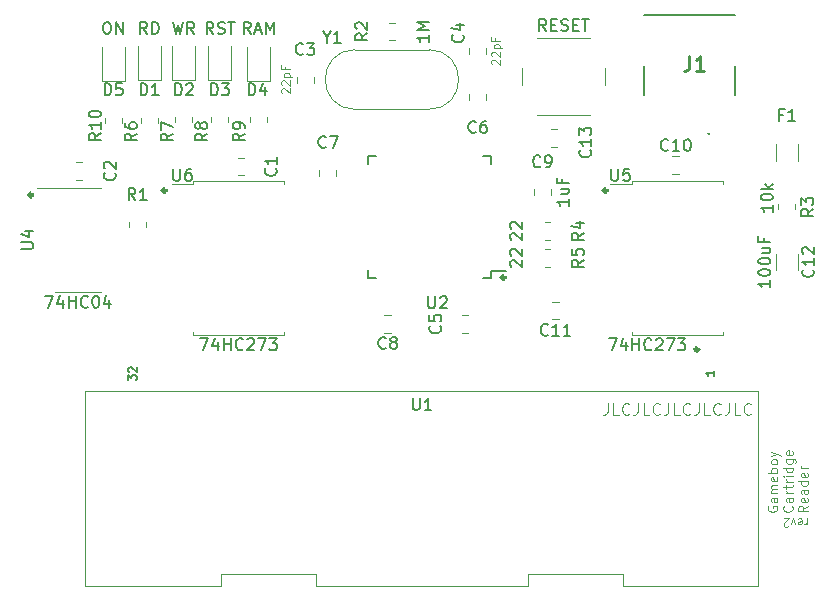
<source format=gbr>
%TF.GenerationSoftware,KiCad,Pcbnew,7.0.10*%
%TF.CreationDate,2024-03-10T15:03:06+01:00*%
%TF.ProjectId,dmg-gbc-cartridge-reader,646d672d-6762-4632-9d63-617274726964,rev?*%
%TF.SameCoordinates,Original*%
%TF.FileFunction,Legend,Top*%
%TF.FilePolarity,Positive*%
%FSLAX46Y46*%
G04 Gerber Fmt 4.6, Leading zero omitted, Abs format (unit mm)*
G04 Created by KiCad (PCBNEW 7.0.10) date 2024-03-10 15:03:06*
%MOMM*%
%LPD*%
G01*
G04 APERTURE LIST*
%ADD10C,0.314000*%
%ADD11C,0.150000*%
%ADD12C,0.100000*%
%ADD13C,0.120000*%
%ADD14C,0.254000*%
%ADD15C,0.200000*%
G04 APERTURE END LIST*
D10*
X41178000Y-66167000D02*
G75*
G03*
X40864000Y-66167000I-157000J0D01*
G01*
X40864000Y-66167000D02*
G75*
G03*
X41178000Y-66167000I157000J0D01*
G01*
X89819000Y-65786000D02*
G75*
G03*
X89505000Y-65786000I-157000J0D01*
G01*
X89505000Y-65786000D02*
G75*
G03*
X89819000Y-65786000I157000J0D01*
G01*
X52481000Y-65786000D02*
G75*
G03*
X52167000Y-65786000I-157000J0D01*
G01*
X52167000Y-65786000D02*
G75*
G03*
X52481000Y-65786000I157000J0D01*
G01*
X97566000Y-79248000D02*
G75*
G03*
X97252000Y-79248000I-157000J0D01*
G01*
X97252000Y-79248000D02*
G75*
G03*
X97566000Y-79248000I157000J0D01*
G01*
X81183000Y-73152000D02*
G75*
G03*
X80869000Y-73152000I-157000J0D01*
G01*
X80869000Y-73152000D02*
G75*
G03*
X81183000Y-73152000I157000J0D01*
G01*
D11*
X56475380Y-52524819D02*
X56142047Y-52048628D01*
X55903952Y-52524819D02*
X55903952Y-51524819D01*
X55903952Y-51524819D02*
X56284904Y-51524819D01*
X56284904Y-51524819D02*
X56380142Y-51572438D01*
X56380142Y-51572438D02*
X56427761Y-51620057D01*
X56427761Y-51620057D02*
X56475380Y-51715295D01*
X56475380Y-51715295D02*
X56475380Y-51858152D01*
X56475380Y-51858152D02*
X56427761Y-51953390D01*
X56427761Y-51953390D02*
X56380142Y-52001009D01*
X56380142Y-52001009D02*
X56284904Y-52048628D01*
X56284904Y-52048628D02*
X55903952Y-52048628D01*
X56856333Y-52477200D02*
X56999190Y-52524819D01*
X56999190Y-52524819D02*
X57237285Y-52524819D01*
X57237285Y-52524819D02*
X57332523Y-52477200D01*
X57332523Y-52477200D02*
X57380142Y-52429580D01*
X57380142Y-52429580D02*
X57427761Y-52334342D01*
X57427761Y-52334342D02*
X57427761Y-52239104D01*
X57427761Y-52239104D02*
X57380142Y-52143866D01*
X57380142Y-52143866D02*
X57332523Y-52096247D01*
X57332523Y-52096247D02*
X57237285Y-52048628D01*
X57237285Y-52048628D02*
X57046809Y-52001009D01*
X57046809Y-52001009D02*
X56951571Y-51953390D01*
X56951571Y-51953390D02*
X56903952Y-51905771D01*
X56903952Y-51905771D02*
X56856333Y-51810533D01*
X56856333Y-51810533D02*
X56856333Y-51715295D01*
X56856333Y-51715295D02*
X56903952Y-51620057D01*
X56903952Y-51620057D02*
X56951571Y-51572438D01*
X56951571Y-51572438D02*
X57046809Y-51524819D01*
X57046809Y-51524819D02*
X57284904Y-51524819D01*
X57284904Y-51524819D02*
X57427761Y-51572438D01*
X57713476Y-51524819D02*
X58284904Y-51524819D01*
X57999190Y-52524819D02*
X57999190Y-51524819D01*
X59634523Y-52524819D02*
X59301190Y-52048628D01*
X59063095Y-52524819D02*
X59063095Y-51524819D01*
X59063095Y-51524819D02*
X59444047Y-51524819D01*
X59444047Y-51524819D02*
X59539285Y-51572438D01*
X59539285Y-51572438D02*
X59586904Y-51620057D01*
X59586904Y-51620057D02*
X59634523Y-51715295D01*
X59634523Y-51715295D02*
X59634523Y-51858152D01*
X59634523Y-51858152D02*
X59586904Y-51953390D01*
X59586904Y-51953390D02*
X59539285Y-52001009D01*
X59539285Y-52001009D02*
X59444047Y-52048628D01*
X59444047Y-52048628D02*
X59063095Y-52048628D01*
X60015476Y-52239104D02*
X60491666Y-52239104D01*
X59920238Y-52524819D02*
X60253571Y-51524819D01*
X60253571Y-51524819D02*
X60586904Y-52524819D01*
X60920238Y-52524819D02*
X60920238Y-51524819D01*
X60920238Y-51524819D02*
X61253571Y-52239104D01*
X61253571Y-52239104D02*
X61586904Y-51524819D01*
X61586904Y-51524819D02*
X61586904Y-52524819D01*
X49273033Y-81846667D02*
X49273033Y-81413333D01*
X49273033Y-81413333D02*
X49539700Y-81646667D01*
X49539700Y-81646667D02*
X49539700Y-81546667D01*
X49539700Y-81546667D02*
X49573033Y-81480000D01*
X49573033Y-81480000D02*
X49606366Y-81446667D01*
X49606366Y-81446667D02*
X49673033Y-81413333D01*
X49673033Y-81413333D02*
X49839700Y-81413333D01*
X49839700Y-81413333D02*
X49906366Y-81446667D01*
X49906366Y-81446667D02*
X49939700Y-81480000D01*
X49939700Y-81480000D02*
X49973033Y-81546667D01*
X49973033Y-81546667D02*
X49973033Y-81746667D01*
X49973033Y-81746667D02*
X49939700Y-81813333D01*
X49939700Y-81813333D02*
X49906366Y-81846667D01*
X49339700Y-81146666D02*
X49306366Y-81113333D01*
X49306366Y-81113333D02*
X49273033Y-81046666D01*
X49273033Y-81046666D02*
X49273033Y-80880000D01*
X49273033Y-80880000D02*
X49306366Y-80813333D01*
X49306366Y-80813333D02*
X49339700Y-80780000D01*
X49339700Y-80780000D02*
X49406366Y-80746666D01*
X49406366Y-80746666D02*
X49473033Y-80746666D01*
X49473033Y-80746666D02*
X49573033Y-80780000D01*
X49573033Y-80780000D02*
X49973033Y-81180000D01*
X49973033Y-81180000D02*
X49973033Y-80746666D01*
D12*
X106701544Y-93562866D02*
X106701544Y-94029533D01*
X106701544Y-93896200D02*
X106668211Y-93962866D01*
X106668211Y-93962866D02*
X106634877Y-93996200D01*
X106634877Y-93996200D02*
X106568211Y-94029533D01*
X106568211Y-94029533D02*
X106501544Y-94029533D01*
X106001544Y-93596200D02*
X106068211Y-93562866D01*
X106068211Y-93562866D02*
X106201544Y-93562866D01*
X106201544Y-93562866D02*
X106268211Y-93596200D01*
X106268211Y-93596200D02*
X106301544Y-93662866D01*
X106301544Y-93662866D02*
X106301544Y-93929533D01*
X106301544Y-93929533D02*
X106268211Y-93996200D01*
X106268211Y-93996200D02*
X106201544Y-94029533D01*
X106201544Y-94029533D02*
X106068211Y-94029533D01*
X106068211Y-94029533D02*
X106001544Y-93996200D01*
X106001544Y-93996200D02*
X105968211Y-93929533D01*
X105968211Y-93929533D02*
X105968211Y-93862866D01*
X105968211Y-93862866D02*
X106301544Y-93796200D01*
X105734878Y-94029533D02*
X105568211Y-93562866D01*
X105568211Y-93562866D02*
X105401544Y-94029533D01*
X105168211Y-94196200D02*
X105134878Y-94229533D01*
X105134878Y-94229533D02*
X105068211Y-94262866D01*
X105068211Y-94262866D02*
X104901545Y-94262866D01*
X104901545Y-94262866D02*
X104834878Y-94229533D01*
X104834878Y-94229533D02*
X104801545Y-94196200D01*
X104801545Y-94196200D02*
X104768211Y-94129533D01*
X104768211Y-94129533D02*
X104768211Y-94062866D01*
X104768211Y-94062866D02*
X104801545Y-93962866D01*
X104801545Y-93962866D02*
X105201545Y-93562866D01*
X105201545Y-93562866D02*
X104768211Y-93562866D01*
D11*
X50863523Y-52524819D02*
X50530190Y-52048628D01*
X50292095Y-52524819D02*
X50292095Y-51524819D01*
X50292095Y-51524819D02*
X50673047Y-51524819D01*
X50673047Y-51524819D02*
X50768285Y-51572438D01*
X50768285Y-51572438D02*
X50815904Y-51620057D01*
X50815904Y-51620057D02*
X50863523Y-51715295D01*
X50863523Y-51715295D02*
X50863523Y-51858152D01*
X50863523Y-51858152D02*
X50815904Y-51953390D01*
X50815904Y-51953390D02*
X50768285Y-52001009D01*
X50768285Y-52001009D02*
X50673047Y-52048628D01*
X50673047Y-52048628D02*
X50292095Y-52048628D01*
X51292095Y-52524819D02*
X51292095Y-51524819D01*
X51292095Y-51524819D02*
X51530190Y-51524819D01*
X51530190Y-51524819D02*
X51673047Y-51572438D01*
X51673047Y-51572438D02*
X51768285Y-51667676D01*
X51768285Y-51667676D02*
X51815904Y-51762914D01*
X51815904Y-51762914D02*
X51863523Y-51953390D01*
X51863523Y-51953390D02*
X51863523Y-52096247D01*
X51863523Y-52096247D02*
X51815904Y-52286723D01*
X51815904Y-52286723D02*
X51768285Y-52381961D01*
X51768285Y-52381961D02*
X51673047Y-52477200D01*
X51673047Y-52477200D02*
X51530190Y-52524819D01*
X51530190Y-52524819D02*
X51292095Y-52524819D01*
X47386952Y-51524819D02*
X47577428Y-51524819D01*
X47577428Y-51524819D02*
X47672666Y-51572438D01*
X47672666Y-51572438D02*
X47767904Y-51667676D01*
X47767904Y-51667676D02*
X47815523Y-51858152D01*
X47815523Y-51858152D02*
X47815523Y-52191485D01*
X47815523Y-52191485D02*
X47767904Y-52381961D01*
X47767904Y-52381961D02*
X47672666Y-52477200D01*
X47672666Y-52477200D02*
X47577428Y-52524819D01*
X47577428Y-52524819D02*
X47386952Y-52524819D01*
X47386952Y-52524819D02*
X47291714Y-52477200D01*
X47291714Y-52477200D02*
X47196476Y-52381961D01*
X47196476Y-52381961D02*
X47148857Y-52191485D01*
X47148857Y-52191485D02*
X47148857Y-51858152D01*
X47148857Y-51858152D02*
X47196476Y-51667676D01*
X47196476Y-51667676D02*
X47291714Y-51572438D01*
X47291714Y-51572438D02*
X47386952Y-51524819D01*
X48244095Y-52524819D02*
X48244095Y-51524819D01*
X48244095Y-51524819D02*
X48815523Y-52524819D01*
X48815523Y-52524819D02*
X48815523Y-51524819D01*
D12*
X89853237Y-83785419D02*
X89853237Y-84499704D01*
X89853237Y-84499704D02*
X89805618Y-84642561D01*
X89805618Y-84642561D02*
X89710380Y-84737800D01*
X89710380Y-84737800D02*
X89567523Y-84785419D01*
X89567523Y-84785419D02*
X89472285Y-84785419D01*
X90805618Y-84785419D02*
X90329428Y-84785419D01*
X90329428Y-84785419D02*
X90329428Y-83785419D01*
X91710380Y-84690180D02*
X91662761Y-84737800D01*
X91662761Y-84737800D02*
X91519904Y-84785419D01*
X91519904Y-84785419D02*
X91424666Y-84785419D01*
X91424666Y-84785419D02*
X91281809Y-84737800D01*
X91281809Y-84737800D02*
X91186571Y-84642561D01*
X91186571Y-84642561D02*
X91138952Y-84547323D01*
X91138952Y-84547323D02*
X91091333Y-84356847D01*
X91091333Y-84356847D02*
X91091333Y-84213990D01*
X91091333Y-84213990D02*
X91138952Y-84023514D01*
X91138952Y-84023514D02*
X91186571Y-83928276D01*
X91186571Y-83928276D02*
X91281809Y-83833038D01*
X91281809Y-83833038D02*
X91424666Y-83785419D01*
X91424666Y-83785419D02*
X91519904Y-83785419D01*
X91519904Y-83785419D02*
X91662761Y-83833038D01*
X91662761Y-83833038D02*
X91710380Y-83880657D01*
X92424666Y-83785419D02*
X92424666Y-84499704D01*
X92424666Y-84499704D02*
X92377047Y-84642561D01*
X92377047Y-84642561D02*
X92281809Y-84737800D01*
X92281809Y-84737800D02*
X92138952Y-84785419D01*
X92138952Y-84785419D02*
X92043714Y-84785419D01*
X93377047Y-84785419D02*
X92900857Y-84785419D01*
X92900857Y-84785419D02*
X92900857Y-83785419D01*
X94281809Y-84690180D02*
X94234190Y-84737800D01*
X94234190Y-84737800D02*
X94091333Y-84785419D01*
X94091333Y-84785419D02*
X93996095Y-84785419D01*
X93996095Y-84785419D02*
X93853238Y-84737800D01*
X93853238Y-84737800D02*
X93758000Y-84642561D01*
X93758000Y-84642561D02*
X93710381Y-84547323D01*
X93710381Y-84547323D02*
X93662762Y-84356847D01*
X93662762Y-84356847D02*
X93662762Y-84213990D01*
X93662762Y-84213990D02*
X93710381Y-84023514D01*
X93710381Y-84023514D02*
X93758000Y-83928276D01*
X93758000Y-83928276D02*
X93853238Y-83833038D01*
X93853238Y-83833038D02*
X93996095Y-83785419D01*
X93996095Y-83785419D02*
X94091333Y-83785419D01*
X94091333Y-83785419D02*
X94234190Y-83833038D01*
X94234190Y-83833038D02*
X94281809Y-83880657D01*
X94996095Y-83785419D02*
X94996095Y-84499704D01*
X94996095Y-84499704D02*
X94948476Y-84642561D01*
X94948476Y-84642561D02*
X94853238Y-84737800D01*
X94853238Y-84737800D02*
X94710381Y-84785419D01*
X94710381Y-84785419D02*
X94615143Y-84785419D01*
X95948476Y-84785419D02*
X95472286Y-84785419D01*
X95472286Y-84785419D02*
X95472286Y-83785419D01*
X96853238Y-84690180D02*
X96805619Y-84737800D01*
X96805619Y-84737800D02*
X96662762Y-84785419D01*
X96662762Y-84785419D02*
X96567524Y-84785419D01*
X96567524Y-84785419D02*
X96424667Y-84737800D01*
X96424667Y-84737800D02*
X96329429Y-84642561D01*
X96329429Y-84642561D02*
X96281810Y-84547323D01*
X96281810Y-84547323D02*
X96234191Y-84356847D01*
X96234191Y-84356847D02*
X96234191Y-84213990D01*
X96234191Y-84213990D02*
X96281810Y-84023514D01*
X96281810Y-84023514D02*
X96329429Y-83928276D01*
X96329429Y-83928276D02*
X96424667Y-83833038D01*
X96424667Y-83833038D02*
X96567524Y-83785419D01*
X96567524Y-83785419D02*
X96662762Y-83785419D01*
X96662762Y-83785419D02*
X96805619Y-83833038D01*
X96805619Y-83833038D02*
X96853238Y-83880657D01*
X97567524Y-83785419D02*
X97567524Y-84499704D01*
X97567524Y-84499704D02*
X97519905Y-84642561D01*
X97519905Y-84642561D02*
X97424667Y-84737800D01*
X97424667Y-84737800D02*
X97281810Y-84785419D01*
X97281810Y-84785419D02*
X97186572Y-84785419D01*
X98519905Y-84785419D02*
X98043715Y-84785419D01*
X98043715Y-84785419D02*
X98043715Y-83785419D01*
X99424667Y-84690180D02*
X99377048Y-84737800D01*
X99377048Y-84737800D02*
X99234191Y-84785419D01*
X99234191Y-84785419D02*
X99138953Y-84785419D01*
X99138953Y-84785419D02*
X98996096Y-84737800D01*
X98996096Y-84737800D02*
X98900858Y-84642561D01*
X98900858Y-84642561D02*
X98853239Y-84547323D01*
X98853239Y-84547323D02*
X98805620Y-84356847D01*
X98805620Y-84356847D02*
X98805620Y-84213990D01*
X98805620Y-84213990D02*
X98853239Y-84023514D01*
X98853239Y-84023514D02*
X98900858Y-83928276D01*
X98900858Y-83928276D02*
X98996096Y-83833038D01*
X98996096Y-83833038D02*
X99138953Y-83785419D01*
X99138953Y-83785419D02*
X99234191Y-83785419D01*
X99234191Y-83785419D02*
X99377048Y-83833038D01*
X99377048Y-83833038D02*
X99424667Y-83880657D01*
X100138953Y-83785419D02*
X100138953Y-84499704D01*
X100138953Y-84499704D02*
X100091334Y-84642561D01*
X100091334Y-84642561D02*
X99996096Y-84737800D01*
X99996096Y-84737800D02*
X99853239Y-84785419D01*
X99853239Y-84785419D02*
X99758001Y-84785419D01*
X101091334Y-84785419D02*
X100615144Y-84785419D01*
X100615144Y-84785419D02*
X100615144Y-83785419D01*
X101996096Y-84690180D02*
X101948477Y-84737800D01*
X101948477Y-84737800D02*
X101805620Y-84785419D01*
X101805620Y-84785419D02*
X101710382Y-84785419D01*
X101710382Y-84785419D02*
X101567525Y-84737800D01*
X101567525Y-84737800D02*
X101472287Y-84642561D01*
X101472287Y-84642561D02*
X101424668Y-84547323D01*
X101424668Y-84547323D02*
X101377049Y-84356847D01*
X101377049Y-84356847D02*
X101377049Y-84213990D01*
X101377049Y-84213990D02*
X101424668Y-84023514D01*
X101424668Y-84023514D02*
X101472287Y-83928276D01*
X101472287Y-83928276D02*
X101567525Y-83833038D01*
X101567525Y-83833038D02*
X101710382Y-83785419D01*
X101710382Y-83785419D02*
X101805620Y-83785419D01*
X101805620Y-83785419D02*
X101948477Y-83833038D01*
X101948477Y-83833038D02*
X101996096Y-83880657D01*
D11*
X98868033Y-81079999D02*
X98868033Y-81479999D01*
X98868033Y-81279999D02*
X98168033Y-81279999D01*
X98168033Y-81279999D02*
X98268033Y-81346666D01*
X98268033Y-81346666D02*
X98334700Y-81413333D01*
X98334700Y-81413333D02*
X98368033Y-81479999D01*
X53046429Y-51524819D02*
X53284524Y-52524819D01*
X53284524Y-52524819D02*
X53475000Y-51810533D01*
X53475000Y-51810533D02*
X53665476Y-52524819D01*
X53665476Y-52524819D02*
X53903572Y-51524819D01*
X54855952Y-52524819D02*
X54522619Y-52048628D01*
X54284524Y-52524819D02*
X54284524Y-51524819D01*
X54284524Y-51524819D02*
X54665476Y-51524819D01*
X54665476Y-51524819D02*
X54760714Y-51572438D01*
X54760714Y-51572438D02*
X54808333Y-51620057D01*
X54808333Y-51620057D02*
X54855952Y-51715295D01*
X54855952Y-51715295D02*
X54855952Y-51858152D01*
X54855952Y-51858152D02*
X54808333Y-51953390D01*
X54808333Y-51953390D02*
X54760714Y-52001009D01*
X54760714Y-52001009D02*
X54665476Y-52048628D01*
X54665476Y-52048628D02*
X54284524Y-52048628D01*
D13*
X103469950Y-92529529D02*
X103431855Y-92605719D01*
X103431855Y-92605719D02*
X103431855Y-92720005D01*
X103431855Y-92720005D02*
X103469950Y-92834291D01*
X103469950Y-92834291D02*
X103546140Y-92910481D01*
X103546140Y-92910481D02*
X103622331Y-92948576D01*
X103622331Y-92948576D02*
X103774712Y-92986672D01*
X103774712Y-92986672D02*
X103888998Y-92986672D01*
X103888998Y-92986672D02*
X104041379Y-92948576D01*
X104041379Y-92948576D02*
X104117569Y-92910481D01*
X104117569Y-92910481D02*
X104193760Y-92834291D01*
X104193760Y-92834291D02*
X104231855Y-92720005D01*
X104231855Y-92720005D02*
X104231855Y-92643814D01*
X104231855Y-92643814D02*
X104193760Y-92529529D01*
X104193760Y-92529529D02*
X104155664Y-92491433D01*
X104155664Y-92491433D02*
X103888998Y-92491433D01*
X103888998Y-92491433D02*
X103888998Y-92643814D01*
X104231855Y-91805719D02*
X103812807Y-91805719D01*
X103812807Y-91805719D02*
X103736617Y-91843814D01*
X103736617Y-91843814D02*
X103698521Y-91920005D01*
X103698521Y-91920005D02*
X103698521Y-92072386D01*
X103698521Y-92072386D02*
X103736617Y-92148576D01*
X104193760Y-91805719D02*
X104231855Y-91881910D01*
X104231855Y-91881910D02*
X104231855Y-92072386D01*
X104231855Y-92072386D02*
X104193760Y-92148576D01*
X104193760Y-92148576D02*
X104117569Y-92186672D01*
X104117569Y-92186672D02*
X104041379Y-92186672D01*
X104041379Y-92186672D02*
X103965188Y-92148576D01*
X103965188Y-92148576D02*
X103927093Y-92072386D01*
X103927093Y-92072386D02*
X103927093Y-91881910D01*
X103927093Y-91881910D02*
X103888998Y-91805719D01*
X104231855Y-91424766D02*
X103698521Y-91424766D01*
X103774712Y-91424766D02*
X103736617Y-91386671D01*
X103736617Y-91386671D02*
X103698521Y-91310481D01*
X103698521Y-91310481D02*
X103698521Y-91196195D01*
X103698521Y-91196195D02*
X103736617Y-91120004D01*
X103736617Y-91120004D02*
X103812807Y-91081909D01*
X103812807Y-91081909D02*
X104231855Y-91081909D01*
X103812807Y-91081909D02*
X103736617Y-91043814D01*
X103736617Y-91043814D02*
X103698521Y-90967623D01*
X103698521Y-90967623D02*
X103698521Y-90853338D01*
X103698521Y-90853338D02*
X103736617Y-90777147D01*
X103736617Y-90777147D02*
X103812807Y-90739052D01*
X103812807Y-90739052D02*
X104231855Y-90739052D01*
X104193760Y-90053337D02*
X104231855Y-90129528D01*
X104231855Y-90129528D02*
X104231855Y-90281909D01*
X104231855Y-90281909D02*
X104193760Y-90358099D01*
X104193760Y-90358099D02*
X104117569Y-90396195D01*
X104117569Y-90396195D02*
X103812807Y-90396195D01*
X103812807Y-90396195D02*
X103736617Y-90358099D01*
X103736617Y-90358099D02*
X103698521Y-90281909D01*
X103698521Y-90281909D02*
X103698521Y-90129528D01*
X103698521Y-90129528D02*
X103736617Y-90053337D01*
X103736617Y-90053337D02*
X103812807Y-90015242D01*
X103812807Y-90015242D02*
X103888998Y-90015242D01*
X103888998Y-90015242D02*
X103965188Y-90396195D01*
X104231855Y-89672385D02*
X103431855Y-89672385D01*
X103736617Y-89672385D02*
X103698521Y-89596195D01*
X103698521Y-89596195D02*
X103698521Y-89443814D01*
X103698521Y-89443814D02*
X103736617Y-89367623D01*
X103736617Y-89367623D02*
X103774712Y-89329528D01*
X103774712Y-89329528D02*
X103850902Y-89291433D01*
X103850902Y-89291433D02*
X104079474Y-89291433D01*
X104079474Y-89291433D02*
X104155664Y-89329528D01*
X104155664Y-89329528D02*
X104193760Y-89367623D01*
X104193760Y-89367623D02*
X104231855Y-89443814D01*
X104231855Y-89443814D02*
X104231855Y-89596195D01*
X104231855Y-89596195D02*
X104193760Y-89672385D01*
X104231855Y-88834290D02*
X104193760Y-88910480D01*
X104193760Y-88910480D02*
X104155664Y-88948575D01*
X104155664Y-88948575D02*
X104079474Y-88986671D01*
X104079474Y-88986671D02*
X103850902Y-88986671D01*
X103850902Y-88986671D02*
X103774712Y-88948575D01*
X103774712Y-88948575D02*
X103736617Y-88910480D01*
X103736617Y-88910480D02*
X103698521Y-88834290D01*
X103698521Y-88834290D02*
X103698521Y-88720004D01*
X103698521Y-88720004D02*
X103736617Y-88643813D01*
X103736617Y-88643813D02*
X103774712Y-88605718D01*
X103774712Y-88605718D02*
X103850902Y-88567623D01*
X103850902Y-88567623D02*
X104079474Y-88567623D01*
X104079474Y-88567623D02*
X104155664Y-88605718D01*
X104155664Y-88605718D02*
X104193760Y-88643813D01*
X104193760Y-88643813D02*
X104231855Y-88720004D01*
X104231855Y-88720004D02*
X104231855Y-88834290D01*
X103698521Y-88300956D02*
X104231855Y-88110480D01*
X103698521Y-87920003D02*
X104231855Y-88110480D01*
X104231855Y-88110480D02*
X104422331Y-88186670D01*
X104422331Y-88186670D02*
X104460426Y-88224765D01*
X104460426Y-88224765D02*
X104498521Y-88300956D01*
X105443664Y-92491433D02*
X105481760Y-92529529D01*
X105481760Y-92529529D02*
X105519855Y-92643814D01*
X105519855Y-92643814D02*
X105519855Y-92720005D01*
X105519855Y-92720005D02*
X105481760Y-92834291D01*
X105481760Y-92834291D02*
X105405569Y-92910481D01*
X105405569Y-92910481D02*
X105329379Y-92948576D01*
X105329379Y-92948576D02*
X105176998Y-92986672D01*
X105176998Y-92986672D02*
X105062712Y-92986672D01*
X105062712Y-92986672D02*
X104910331Y-92948576D01*
X104910331Y-92948576D02*
X104834140Y-92910481D01*
X104834140Y-92910481D02*
X104757950Y-92834291D01*
X104757950Y-92834291D02*
X104719855Y-92720005D01*
X104719855Y-92720005D02*
X104719855Y-92643814D01*
X104719855Y-92643814D02*
X104757950Y-92529529D01*
X104757950Y-92529529D02*
X104796045Y-92491433D01*
X105519855Y-91805719D02*
X105100807Y-91805719D01*
X105100807Y-91805719D02*
X105024617Y-91843814D01*
X105024617Y-91843814D02*
X104986521Y-91920005D01*
X104986521Y-91920005D02*
X104986521Y-92072386D01*
X104986521Y-92072386D02*
X105024617Y-92148576D01*
X105481760Y-91805719D02*
X105519855Y-91881910D01*
X105519855Y-91881910D02*
X105519855Y-92072386D01*
X105519855Y-92072386D02*
X105481760Y-92148576D01*
X105481760Y-92148576D02*
X105405569Y-92186672D01*
X105405569Y-92186672D02*
X105329379Y-92186672D01*
X105329379Y-92186672D02*
X105253188Y-92148576D01*
X105253188Y-92148576D02*
X105215093Y-92072386D01*
X105215093Y-92072386D02*
X105215093Y-91881910D01*
X105215093Y-91881910D02*
X105176998Y-91805719D01*
X105519855Y-91424766D02*
X104986521Y-91424766D01*
X105138902Y-91424766D02*
X105062712Y-91386671D01*
X105062712Y-91386671D02*
X105024617Y-91348576D01*
X105024617Y-91348576D02*
X104986521Y-91272385D01*
X104986521Y-91272385D02*
X104986521Y-91196195D01*
X104986521Y-91043814D02*
X104986521Y-90739052D01*
X104719855Y-90929528D02*
X105405569Y-90929528D01*
X105405569Y-90929528D02*
X105481760Y-90891433D01*
X105481760Y-90891433D02*
X105519855Y-90815243D01*
X105519855Y-90815243D02*
X105519855Y-90739052D01*
X105519855Y-90472385D02*
X104986521Y-90472385D01*
X105138902Y-90472385D02*
X105062712Y-90434290D01*
X105062712Y-90434290D02*
X105024617Y-90396195D01*
X105024617Y-90396195D02*
X104986521Y-90320004D01*
X104986521Y-90320004D02*
X104986521Y-90243814D01*
X105519855Y-89977147D02*
X104986521Y-89977147D01*
X104719855Y-89977147D02*
X104757950Y-90015243D01*
X104757950Y-90015243D02*
X104796045Y-89977147D01*
X104796045Y-89977147D02*
X104757950Y-89939052D01*
X104757950Y-89939052D02*
X104719855Y-89977147D01*
X104719855Y-89977147D02*
X104796045Y-89977147D01*
X105519855Y-89253338D02*
X104719855Y-89253338D01*
X105481760Y-89253338D02*
X105519855Y-89329529D01*
X105519855Y-89329529D02*
X105519855Y-89481910D01*
X105519855Y-89481910D02*
X105481760Y-89558100D01*
X105481760Y-89558100D02*
X105443664Y-89596195D01*
X105443664Y-89596195D02*
X105367474Y-89634291D01*
X105367474Y-89634291D02*
X105138902Y-89634291D01*
X105138902Y-89634291D02*
X105062712Y-89596195D01*
X105062712Y-89596195D02*
X105024617Y-89558100D01*
X105024617Y-89558100D02*
X104986521Y-89481910D01*
X104986521Y-89481910D02*
X104986521Y-89329529D01*
X104986521Y-89329529D02*
X105024617Y-89253338D01*
X104986521Y-88529528D02*
X105634140Y-88529528D01*
X105634140Y-88529528D02*
X105710331Y-88567623D01*
X105710331Y-88567623D02*
X105748426Y-88605719D01*
X105748426Y-88605719D02*
X105786521Y-88681909D01*
X105786521Y-88681909D02*
X105786521Y-88796195D01*
X105786521Y-88796195D02*
X105748426Y-88872385D01*
X105481760Y-88529528D02*
X105519855Y-88605719D01*
X105519855Y-88605719D02*
X105519855Y-88758100D01*
X105519855Y-88758100D02*
X105481760Y-88834290D01*
X105481760Y-88834290D02*
X105443664Y-88872385D01*
X105443664Y-88872385D02*
X105367474Y-88910481D01*
X105367474Y-88910481D02*
X105138902Y-88910481D01*
X105138902Y-88910481D02*
X105062712Y-88872385D01*
X105062712Y-88872385D02*
X105024617Y-88834290D01*
X105024617Y-88834290D02*
X104986521Y-88758100D01*
X104986521Y-88758100D02*
X104986521Y-88605719D01*
X104986521Y-88605719D02*
X105024617Y-88529528D01*
X105481760Y-87843813D02*
X105519855Y-87920004D01*
X105519855Y-87920004D02*
X105519855Y-88072385D01*
X105519855Y-88072385D02*
X105481760Y-88148575D01*
X105481760Y-88148575D02*
X105405569Y-88186671D01*
X105405569Y-88186671D02*
X105100807Y-88186671D01*
X105100807Y-88186671D02*
X105024617Y-88148575D01*
X105024617Y-88148575D02*
X104986521Y-88072385D01*
X104986521Y-88072385D02*
X104986521Y-87920004D01*
X104986521Y-87920004D02*
X105024617Y-87843813D01*
X105024617Y-87843813D02*
X105100807Y-87805718D01*
X105100807Y-87805718D02*
X105176998Y-87805718D01*
X105176998Y-87805718D02*
X105253188Y-88186671D01*
X106807855Y-92491433D02*
X106426902Y-92758100D01*
X106807855Y-92948576D02*
X106007855Y-92948576D01*
X106007855Y-92948576D02*
X106007855Y-92643814D01*
X106007855Y-92643814D02*
X106045950Y-92567624D01*
X106045950Y-92567624D02*
X106084045Y-92529529D01*
X106084045Y-92529529D02*
X106160236Y-92491433D01*
X106160236Y-92491433D02*
X106274521Y-92491433D01*
X106274521Y-92491433D02*
X106350712Y-92529529D01*
X106350712Y-92529529D02*
X106388807Y-92567624D01*
X106388807Y-92567624D02*
X106426902Y-92643814D01*
X106426902Y-92643814D02*
X106426902Y-92948576D01*
X106769760Y-91843814D02*
X106807855Y-91920005D01*
X106807855Y-91920005D02*
X106807855Y-92072386D01*
X106807855Y-92072386D02*
X106769760Y-92148576D01*
X106769760Y-92148576D02*
X106693569Y-92186672D01*
X106693569Y-92186672D02*
X106388807Y-92186672D01*
X106388807Y-92186672D02*
X106312617Y-92148576D01*
X106312617Y-92148576D02*
X106274521Y-92072386D01*
X106274521Y-92072386D02*
X106274521Y-91920005D01*
X106274521Y-91920005D02*
X106312617Y-91843814D01*
X106312617Y-91843814D02*
X106388807Y-91805719D01*
X106388807Y-91805719D02*
X106464998Y-91805719D01*
X106464998Y-91805719D02*
X106541188Y-92186672D01*
X106807855Y-91120005D02*
X106388807Y-91120005D01*
X106388807Y-91120005D02*
X106312617Y-91158100D01*
X106312617Y-91158100D02*
X106274521Y-91234291D01*
X106274521Y-91234291D02*
X106274521Y-91386672D01*
X106274521Y-91386672D02*
X106312617Y-91462862D01*
X106769760Y-91120005D02*
X106807855Y-91196196D01*
X106807855Y-91196196D02*
X106807855Y-91386672D01*
X106807855Y-91386672D02*
X106769760Y-91462862D01*
X106769760Y-91462862D02*
X106693569Y-91500958D01*
X106693569Y-91500958D02*
X106617379Y-91500958D01*
X106617379Y-91500958D02*
X106541188Y-91462862D01*
X106541188Y-91462862D02*
X106503093Y-91386672D01*
X106503093Y-91386672D02*
X106503093Y-91196196D01*
X106503093Y-91196196D02*
X106464998Y-91120005D01*
X106807855Y-90396195D02*
X106007855Y-90396195D01*
X106769760Y-90396195D02*
X106807855Y-90472386D01*
X106807855Y-90472386D02*
X106807855Y-90624767D01*
X106807855Y-90624767D02*
X106769760Y-90700957D01*
X106769760Y-90700957D02*
X106731664Y-90739052D01*
X106731664Y-90739052D02*
X106655474Y-90777148D01*
X106655474Y-90777148D02*
X106426902Y-90777148D01*
X106426902Y-90777148D02*
X106350712Y-90739052D01*
X106350712Y-90739052D02*
X106312617Y-90700957D01*
X106312617Y-90700957D02*
X106274521Y-90624767D01*
X106274521Y-90624767D02*
X106274521Y-90472386D01*
X106274521Y-90472386D02*
X106312617Y-90396195D01*
X106769760Y-89710480D02*
X106807855Y-89786671D01*
X106807855Y-89786671D02*
X106807855Y-89939052D01*
X106807855Y-89939052D02*
X106769760Y-90015242D01*
X106769760Y-90015242D02*
X106693569Y-90053338D01*
X106693569Y-90053338D02*
X106388807Y-90053338D01*
X106388807Y-90053338D02*
X106312617Y-90015242D01*
X106312617Y-90015242D02*
X106274521Y-89939052D01*
X106274521Y-89939052D02*
X106274521Y-89786671D01*
X106274521Y-89786671D02*
X106312617Y-89710480D01*
X106312617Y-89710480D02*
X106388807Y-89672385D01*
X106388807Y-89672385D02*
X106464998Y-89672385D01*
X106464998Y-89672385D02*
X106541188Y-90053338D01*
X106807855Y-89329528D02*
X106274521Y-89329528D01*
X106426902Y-89329528D02*
X106350712Y-89291433D01*
X106350712Y-89291433D02*
X106312617Y-89253338D01*
X106312617Y-89253338D02*
X106274521Y-89177147D01*
X106274521Y-89177147D02*
X106274521Y-89100957D01*
D11*
X77575580Y-52617666D02*
X77623200Y-52665285D01*
X77623200Y-52665285D02*
X77670819Y-52808142D01*
X77670819Y-52808142D02*
X77670819Y-52903380D01*
X77670819Y-52903380D02*
X77623200Y-53046237D01*
X77623200Y-53046237D02*
X77527961Y-53141475D01*
X77527961Y-53141475D02*
X77432723Y-53189094D01*
X77432723Y-53189094D02*
X77242247Y-53236713D01*
X77242247Y-53236713D02*
X77099390Y-53236713D01*
X77099390Y-53236713D02*
X76908914Y-53189094D01*
X76908914Y-53189094D02*
X76813676Y-53141475D01*
X76813676Y-53141475D02*
X76718438Y-53046237D01*
X76718438Y-53046237D02*
X76670819Y-52903380D01*
X76670819Y-52903380D02*
X76670819Y-52808142D01*
X76670819Y-52808142D02*
X76718438Y-52665285D01*
X76718438Y-52665285D02*
X76766057Y-52617666D01*
X77004152Y-51760523D02*
X77670819Y-51760523D01*
X76623200Y-51998618D02*
X77337485Y-52236713D01*
X77337485Y-52236713D02*
X77337485Y-51617666D01*
D12*
X80076300Y-55109399D02*
X80042966Y-55076066D01*
X80042966Y-55076066D02*
X80009633Y-55009399D01*
X80009633Y-55009399D02*
X80009633Y-54842733D01*
X80009633Y-54842733D02*
X80042966Y-54776066D01*
X80042966Y-54776066D02*
X80076300Y-54742733D01*
X80076300Y-54742733D02*
X80142966Y-54709399D01*
X80142966Y-54709399D02*
X80209633Y-54709399D01*
X80209633Y-54709399D02*
X80309633Y-54742733D01*
X80309633Y-54742733D02*
X80709633Y-55142733D01*
X80709633Y-55142733D02*
X80709633Y-54709399D01*
X80076300Y-54442732D02*
X80042966Y-54409399D01*
X80042966Y-54409399D02*
X80009633Y-54342732D01*
X80009633Y-54342732D02*
X80009633Y-54176066D01*
X80009633Y-54176066D02*
X80042966Y-54109399D01*
X80042966Y-54109399D02*
X80076300Y-54076066D01*
X80076300Y-54076066D02*
X80142966Y-54042732D01*
X80142966Y-54042732D02*
X80209633Y-54042732D01*
X80209633Y-54042732D02*
X80309633Y-54076066D01*
X80309633Y-54076066D02*
X80709633Y-54476066D01*
X80709633Y-54476066D02*
X80709633Y-54042732D01*
X80242966Y-53742732D02*
X80942966Y-53742732D01*
X80276300Y-53742732D02*
X80242966Y-53676065D01*
X80242966Y-53676065D02*
X80242966Y-53542732D01*
X80242966Y-53542732D02*
X80276300Y-53476065D01*
X80276300Y-53476065D02*
X80309633Y-53442732D01*
X80309633Y-53442732D02*
X80376300Y-53409399D01*
X80376300Y-53409399D02*
X80576300Y-53409399D01*
X80576300Y-53409399D02*
X80642966Y-53442732D01*
X80642966Y-53442732D02*
X80676300Y-53476065D01*
X80676300Y-53476065D02*
X80709633Y-53542732D01*
X80709633Y-53542732D02*
X80709633Y-53676065D01*
X80709633Y-53676065D02*
X80676300Y-53742732D01*
X80342966Y-52876066D02*
X80342966Y-53109399D01*
X80709633Y-53109399D02*
X80009633Y-53109399D01*
X80009633Y-53109399D02*
X80009633Y-52776066D01*
D11*
X64063333Y-54213480D02*
X64015714Y-54261100D01*
X64015714Y-54261100D02*
X63872857Y-54308719D01*
X63872857Y-54308719D02*
X63777619Y-54308719D01*
X63777619Y-54308719D02*
X63634762Y-54261100D01*
X63634762Y-54261100D02*
X63539524Y-54165861D01*
X63539524Y-54165861D02*
X63491905Y-54070623D01*
X63491905Y-54070623D02*
X63444286Y-53880147D01*
X63444286Y-53880147D02*
X63444286Y-53737290D01*
X63444286Y-53737290D02*
X63491905Y-53546814D01*
X63491905Y-53546814D02*
X63539524Y-53451576D01*
X63539524Y-53451576D02*
X63634762Y-53356338D01*
X63634762Y-53356338D02*
X63777619Y-53308719D01*
X63777619Y-53308719D02*
X63872857Y-53308719D01*
X63872857Y-53308719D02*
X64015714Y-53356338D01*
X64015714Y-53356338D02*
X64063333Y-53403957D01*
X64396667Y-53308719D02*
X65015714Y-53308719D01*
X65015714Y-53308719D02*
X64682381Y-53689671D01*
X64682381Y-53689671D02*
X64825238Y-53689671D01*
X64825238Y-53689671D02*
X64920476Y-53737290D01*
X64920476Y-53737290D02*
X64968095Y-53784909D01*
X64968095Y-53784909D02*
X65015714Y-53880147D01*
X65015714Y-53880147D02*
X65015714Y-54118242D01*
X65015714Y-54118242D02*
X64968095Y-54213480D01*
X64968095Y-54213480D02*
X64920476Y-54261100D01*
X64920476Y-54261100D02*
X64825238Y-54308719D01*
X64825238Y-54308719D02*
X64539524Y-54308719D01*
X64539524Y-54308719D02*
X64444286Y-54261100D01*
X64444286Y-54261100D02*
X64396667Y-54213480D01*
D12*
X62296300Y-57537999D02*
X62262966Y-57504666D01*
X62262966Y-57504666D02*
X62229633Y-57437999D01*
X62229633Y-57437999D02*
X62229633Y-57271333D01*
X62229633Y-57271333D02*
X62262966Y-57204666D01*
X62262966Y-57204666D02*
X62296300Y-57171333D01*
X62296300Y-57171333D02*
X62362966Y-57137999D01*
X62362966Y-57137999D02*
X62429633Y-57137999D01*
X62429633Y-57137999D02*
X62529633Y-57171333D01*
X62529633Y-57171333D02*
X62929633Y-57571333D01*
X62929633Y-57571333D02*
X62929633Y-57137999D01*
X62296300Y-56871332D02*
X62262966Y-56837999D01*
X62262966Y-56837999D02*
X62229633Y-56771332D01*
X62229633Y-56771332D02*
X62229633Y-56604666D01*
X62229633Y-56604666D02*
X62262966Y-56537999D01*
X62262966Y-56537999D02*
X62296300Y-56504666D01*
X62296300Y-56504666D02*
X62362966Y-56471332D01*
X62362966Y-56471332D02*
X62429633Y-56471332D01*
X62429633Y-56471332D02*
X62529633Y-56504666D01*
X62529633Y-56504666D02*
X62929633Y-56904666D01*
X62929633Y-56904666D02*
X62929633Y-56471332D01*
X62462966Y-56171332D02*
X63162966Y-56171332D01*
X62496300Y-56171332D02*
X62462966Y-56104665D01*
X62462966Y-56104665D02*
X62462966Y-55971332D01*
X62462966Y-55971332D02*
X62496300Y-55904665D01*
X62496300Y-55904665D02*
X62529633Y-55871332D01*
X62529633Y-55871332D02*
X62596300Y-55837999D01*
X62596300Y-55837999D02*
X62796300Y-55837999D01*
X62796300Y-55837999D02*
X62862966Y-55871332D01*
X62862966Y-55871332D02*
X62896300Y-55904665D01*
X62896300Y-55904665D02*
X62929633Y-55971332D01*
X62929633Y-55971332D02*
X62929633Y-56104665D01*
X62929633Y-56104665D02*
X62896300Y-56171332D01*
X62562966Y-55304666D02*
X62562966Y-55537999D01*
X62929633Y-55537999D02*
X62229633Y-55537999D01*
X62229633Y-55537999D02*
X62229633Y-55204666D01*
D11*
X53032819Y-60967666D02*
X52556628Y-61300999D01*
X53032819Y-61539094D02*
X52032819Y-61539094D01*
X52032819Y-61539094D02*
X52032819Y-61158142D01*
X52032819Y-61158142D02*
X52080438Y-61062904D01*
X52080438Y-61062904D02*
X52128057Y-61015285D01*
X52128057Y-61015285D02*
X52223295Y-60967666D01*
X52223295Y-60967666D02*
X52366152Y-60967666D01*
X52366152Y-60967666D02*
X52461390Y-61015285D01*
X52461390Y-61015285D02*
X52509009Y-61062904D01*
X52509009Y-61062904D02*
X52556628Y-61158142D01*
X52556628Y-61158142D02*
X52556628Y-61539094D01*
X52032819Y-60634332D02*
X52032819Y-59967666D01*
X52032819Y-59967666D02*
X53032819Y-60396237D01*
X55953819Y-60967666D02*
X55477628Y-61300999D01*
X55953819Y-61539094D02*
X54953819Y-61539094D01*
X54953819Y-61539094D02*
X54953819Y-61158142D01*
X54953819Y-61158142D02*
X55001438Y-61062904D01*
X55001438Y-61062904D02*
X55049057Y-61015285D01*
X55049057Y-61015285D02*
X55144295Y-60967666D01*
X55144295Y-60967666D02*
X55287152Y-60967666D01*
X55287152Y-60967666D02*
X55382390Y-61015285D01*
X55382390Y-61015285D02*
X55430009Y-61062904D01*
X55430009Y-61062904D02*
X55477628Y-61158142D01*
X55477628Y-61158142D02*
X55477628Y-61539094D01*
X55382390Y-60396237D02*
X55334771Y-60491475D01*
X55334771Y-60491475D02*
X55287152Y-60539094D01*
X55287152Y-60539094D02*
X55191914Y-60586713D01*
X55191914Y-60586713D02*
X55144295Y-60586713D01*
X55144295Y-60586713D02*
X55049057Y-60539094D01*
X55049057Y-60539094D02*
X55001438Y-60491475D01*
X55001438Y-60491475D02*
X54953819Y-60396237D01*
X54953819Y-60396237D02*
X54953819Y-60205761D01*
X54953819Y-60205761D02*
X55001438Y-60110523D01*
X55001438Y-60110523D02*
X55049057Y-60062904D01*
X55049057Y-60062904D02*
X55144295Y-60015285D01*
X55144295Y-60015285D02*
X55191914Y-60015285D01*
X55191914Y-60015285D02*
X55287152Y-60062904D01*
X55287152Y-60062904D02*
X55334771Y-60110523D01*
X55334771Y-60110523D02*
X55382390Y-60205761D01*
X55382390Y-60205761D02*
X55382390Y-60396237D01*
X55382390Y-60396237D02*
X55430009Y-60491475D01*
X55430009Y-60491475D02*
X55477628Y-60539094D01*
X55477628Y-60539094D02*
X55572866Y-60586713D01*
X55572866Y-60586713D02*
X55763342Y-60586713D01*
X55763342Y-60586713D02*
X55858580Y-60539094D01*
X55858580Y-60539094D02*
X55906200Y-60491475D01*
X55906200Y-60491475D02*
X55953819Y-60396237D01*
X55953819Y-60396237D02*
X55953819Y-60205761D01*
X55953819Y-60205761D02*
X55906200Y-60110523D01*
X55906200Y-60110523D02*
X55858580Y-60062904D01*
X55858580Y-60062904D02*
X55763342Y-60015285D01*
X55763342Y-60015285D02*
X55572866Y-60015285D01*
X55572866Y-60015285D02*
X55477628Y-60062904D01*
X55477628Y-60062904D02*
X55430009Y-60110523D01*
X55430009Y-60110523D02*
X55382390Y-60205761D01*
X46936819Y-60935857D02*
X46460628Y-61269190D01*
X46936819Y-61507285D02*
X45936819Y-61507285D01*
X45936819Y-61507285D02*
X45936819Y-61126333D01*
X45936819Y-61126333D02*
X45984438Y-61031095D01*
X45984438Y-61031095D02*
X46032057Y-60983476D01*
X46032057Y-60983476D02*
X46127295Y-60935857D01*
X46127295Y-60935857D02*
X46270152Y-60935857D01*
X46270152Y-60935857D02*
X46365390Y-60983476D01*
X46365390Y-60983476D02*
X46413009Y-61031095D01*
X46413009Y-61031095D02*
X46460628Y-61126333D01*
X46460628Y-61126333D02*
X46460628Y-61507285D01*
X46936819Y-59983476D02*
X46936819Y-60554904D01*
X46936819Y-60269190D02*
X45936819Y-60269190D01*
X45936819Y-60269190D02*
X46079676Y-60364428D01*
X46079676Y-60364428D02*
X46174914Y-60459666D01*
X46174914Y-60459666D02*
X46222533Y-60554904D01*
X45936819Y-59364428D02*
X45936819Y-59269190D01*
X45936819Y-59269190D02*
X45984438Y-59173952D01*
X45984438Y-59173952D02*
X46032057Y-59126333D01*
X46032057Y-59126333D02*
X46127295Y-59078714D01*
X46127295Y-59078714D02*
X46317771Y-59031095D01*
X46317771Y-59031095D02*
X46555866Y-59031095D01*
X46555866Y-59031095D02*
X46746342Y-59078714D01*
X46746342Y-59078714D02*
X46841580Y-59126333D01*
X46841580Y-59126333D02*
X46889200Y-59173952D01*
X46889200Y-59173952D02*
X46936819Y-59269190D01*
X46936819Y-59269190D02*
X46936819Y-59364428D01*
X46936819Y-59364428D02*
X46889200Y-59459666D01*
X46889200Y-59459666D02*
X46841580Y-59507285D01*
X46841580Y-59507285D02*
X46746342Y-59554904D01*
X46746342Y-59554904D02*
X46555866Y-59602523D01*
X46555866Y-59602523D02*
X46317771Y-59602523D01*
X46317771Y-59602523D02*
X46127295Y-59554904D01*
X46127295Y-59554904D02*
X46032057Y-59507285D01*
X46032057Y-59507285D02*
X45984438Y-59459666D01*
X45984438Y-59459666D02*
X45936819Y-59364428D01*
X84653618Y-52270819D02*
X84320285Y-51794628D01*
X84082190Y-52270819D02*
X84082190Y-51270819D01*
X84082190Y-51270819D02*
X84463142Y-51270819D01*
X84463142Y-51270819D02*
X84558380Y-51318438D01*
X84558380Y-51318438D02*
X84605999Y-51366057D01*
X84605999Y-51366057D02*
X84653618Y-51461295D01*
X84653618Y-51461295D02*
X84653618Y-51604152D01*
X84653618Y-51604152D02*
X84605999Y-51699390D01*
X84605999Y-51699390D02*
X84558380Y-51747009D01*
X84558380Y-51747009D02*
X84463142Y-51794628D01*
X84463142Y-51794628D02*
X84082190Y-51794628D01*
X85082190Y-51747009D02*
X85415523Y-51747009D01*
X85558380Y-52270819D02*
X85082190Y-52270819D01*
X85082190Y-52270819D02*
X85082190Y-51270819D01*
X85082190Y-51270819D02*
X85558380Y-51270819D01*
X85939333Y-52223200D02*
X86082190Y-52270819D01*
X86082190Y-52270819D02*
X86320285Y-52270819D01*
X86320285Y-52270819D02*
X86415523Y-52223200D01*
X86415523Y-52223200D02*
X86463142Y-52175580D01*
X86463142Y-52175580D02*
X86510761Y-52080342D01*
X86510761Y-52080342D02*
X86510761Y-51985104D01*
X86510761Y-51985104D02*
X86463142Y-51889866D01*
X86463142Y-51889866D02*
X86415523Y-51842247D01*
X86415523Y-51842247D02*
X86320285Y-51794628D01*
X86320285Y-51794628D02*
X86129809Y-51747009D01*
X86129809Y-51747009D02*
X86034571Y-51699390D01*
X86034571Y-51699390D02*
X85986952Y-51651771D01*
X85986952Y-51651771D02*
X85939333Y-51556533D01*
X85939333Y-51556533D02*
X85939333Y-51461295D01*
X85939333Y-51461295D02*
X85986952Y-51366057D01*
X85986952Y-51366057D02*
X86034571Y-51318438D01*
X86034571Y-51318438D02*
X86129809Y-51270819D01*
X86129809Y-51270819D02*
X86367904Y-51270819D01*
X86367904Y-51270819D02*
X86510761Y-51318438D01*
X86939333Y-51747009D02*
X87272666Y-51747009D01*
X87415523Y-52270819D02*
X86939333Y-52270819D01*
X86939333Y-52270819D02*
X86939333Y-51270819D01*
X86939333Y-51270819D02*
X87415523Y-51270819D01*
X87701238Y-51270819D02*
X88272666Y-51270819D01*
X87986952Y-52270819D02*
X87986952Y-51270819D01*
X84806642Y-77985580D02*
X84759023Y-78033200D01*
X84759023Y-78033200D02*
X84616166Y-78080819D01*
X84616166Y-78080819D02*
X84520928Y-78080819D01*
X84520928Y-78080819D02*
X84378071Y-78033200D01*
X84378071Y-78033200D02*
X84282833Y-77937961D01*
X84282833Y-77937961D02*
X84235214Y-77842723D01*
X84235214Y-77842723D02*
X84187595Y-77652247D01*
X84187595Y-77652247D02*
X84187595Y-77509390D01*
X84187595Y-77509390D02*
X84235214Y-77318914D01*
X84235214Y-77318914D02*
X84282833Y-77223676D01*
X84282833Y-77223676D02*
X84378071Y-77128438D01*
X84378071Y-77128438D02*
X84520928Y-77080819D01*
X84520928Y-77080819D02*
X84616166Y-77080819D01*
X84616166Y-77080819D02*
X84759023Y-77128438D01*
X84759023Y-77128438D02*
X84806642Y-77176057D01*
X85759023Y-78080819D02*
X85187595Y-78080819D01*
X85473309Y-78080819D02*
X85473309Y-77080819D01*
X85473309Y-77080819D02*
X85378071Y-77223676D01*
X85378071Y-77223676D02*
X85282833Y-77318914D01*
X85282833Y-77318914D02*
X85187595Y-77366533D01*
X86711404Y-78080819D02*
X86139976Y-78080819D01*
X86425690Y-78080819D02*
X86425690Y-77080819D01*
X86425690Y-77080819D02*
X86330452Y-77223676D01*
X86330452Y-77223676D02*
X86235214Y-77318914D01*
X86235214Y-77318914D02*
X86139976Y-77366533D01*
X61743580Y-63920666D02*
X61791200Y-63968285D01*
X61791200Y-63968285D02*
X61838819Y-64111142D01*
X61838819Y-64111142D02*
X61838819Y-64206380D01*
X61838819Y-64206380D02*
X61791200Y-64349237D01*
X61791200Y-64349237D02*
X61695961Y-64444475D01*
X61695961Y-64444475D02*
X61600723Y-64492094D01*
X61600723Y-64492094D02*
X61410247Y-64539713D01*
X61410247Y-64539713D02*
X61267390Y-64539713D01*
X61267390Y-64539713D02*
X61076914Y-64492094D01*
X61076914Y-64492094D02*
X60981676Y-64444475D01*
X60981676Y-64444475D02*
X60886438Y-64349237D01*
X60886438Y-64349237D02*
X60838819Y-64206380D01*
X60838819Y-64206380D02*
X60838819Y-64111142D01*
X60838819Y-64111142D02*
X60886438Y-63968285D01*
X60886438Y-63968285D02*
X60934057Y-63920666D01*
X61838819Y-62968285D02*
X61838819Y-63539713D01*
X61838819Y-63253999D02*
X60838819Y-63253999D01*
X60838819Y-63253999D02*
X60981676Y-63349237D01*
X60981676Y-63349237D02*
X61076914Y-63444475D01*
X61076914Y-63444475D02*
X61124533Y-63539713D01*
X94988142Y-62335580D02*
X94940523Y-62383200D01*
X94940523Y-62383200D02*
X94797666Y-62430819D01*
X94797666Y-62430819D02*
X94702428Y-62430819D01*
X94702428Y-62430819D02*
X94559571Y-62383200D01*
X94559571Y-62383200D02*
X94464333Y-62287961D01*
X94464333Y-62287961D02*
X94416714Y-62192723D01*
X94416714Y-62192723D02*
X94369095Y-62002247D01*
X94369095Y-62002247D02*
X94369095Y-61859390D01*
X94369095Y-61859390D02*
X94416714Y-61668914D01*
X94416714Y-61668914D02*
X94464333Y-61573676D01*
X94464333Y-61573676D02*
X94559571Y-61478438D01*
X94559571Y-61478438D02*
X94702428Y-61430819D01*
X94702428Y-61430819D02*
X94797666Y-61430819D01*
X94797666Y-61430819D02*
X94940523Y-61478438D01*
X94940523Y-61478438D02*
X94988142Y-61526057D01*
X95940523Y-62430819D02*
X95369095Y-62430819D01*
X95654809Y-62430819D02*
X95654809Y-61430819D01*
X95654809Y-61430819D02*
X95559571Y-61573676D01*
X95559571Y-61573676D02*
X95464333Y-61668914D01*
X95464333Y-61668914D02*
X95369095Y-61716533D01*
X96559571Y-61430819D02*
X96654809Y-61430819D01*
X96654809Y-61430819D02*
X96750047Y-61478438D01*
X96750047Y-61478438D02*
X96797666Y-61526057D01*
X96797666Y-61526057D02*
X96845285Y-61621295D01*
X96845285Y-61621295D02*
X96892904Y-61811771D01*
X96892904Y-61811771D02*
X96892904Y-62049866D01*
X96892904Y-62049866D02*
X96845285Y-62240342D01*
X96845285Y-62240342D02*
X96797666Y-62335580D01*
X96797666Y-62335580D02*
X96750047Y-62383200D01*
X96750047Y-62383200D02*
X96654809Y-62430819D01*
X96654809Y-62430819D02*
X96559571Y-62430819D01*
X96559571Y-62430819D02*
X96464333Y-62383200D01*
X96464333Y-62383200D02*
X96416714Y-62335580D01*
X96416714Y-62335580D02*
X96369095Y-62240342D01*
X96369095Y-62240342D02*
X96321476Y-62049866D01*
X96321476Y-62049866D02*
X96321476Y-61811771D01*
X96321476Y-61811771D02*
X96369095Y-61621295D01*
X96369095Y-61621295D02*
X96416714Y-61526057D01*
X96416714Y-61526057D02*
X96464333Y-61478438D01*
X96464333Y-61478438D02*
X96559571Y-61430819D01*
X75670580Y-77255666D02*
X75718200Y-77303285D01*
X75718200Y-77303285D02*
X75765819Y-77446142D01*
X75765819Y-77446142D02*
X75765819Y-77541380D01*
X75765819Y-77541380D02*
X75718200Y-77684237D01*
X75718200Y-77684237D02*
X75622961Y-77779475D01*
X75622961Y-77779475D02*
X75527723Y-77827094D01*
X75527723Y-77827094D02*
X75337247Y-77874713D01*
X75337247Y-77874713D02*
X75194390Y-77874713D01*
X75194390Y-77874713D02*
X75003914Y-77827094D01*
X75003914Y-77827094D02*
X74908676Y-77779475D01*
X74908676Y-77779475D02*
X74813438Y-77684237D01*
X74813438Y-77684237D02*
X74765819Y-77541380D01*
X74765819Y-77541380D02*
X74765819Y-77446142D01*
X74765819Y-77446142D02*
X74813438Y-77303285D01*
X74813438Y-77303285D02*
X74861057Y-77255666D01*
X74765819Y-76350904D02*
X74765819Y-76827094D01*
X74765819Y-76827094D02*
X75242009Y-76874713D01*
X75242009Y-76874713D02*
X75194390Y-76827094D01*
X75194390Y-76827094D02*
X75146771Y-76731856D01*
X75146771Y-76731856D02*
X75146771Y-76493761D01*
X75146771Y-76493761D02*
X75194390Y-76398523D01*
X75194390Y-76398523D02*
X75242009Y-76350904D01*
X75242009Y-76350904D02*
X75337247Y-76303285D01*
X75337247Y-76303285D02*
X75575342Y-76303285D01*
X75575342Y-76303285D02*
X75670580Y-76350904D01*
X75670580Y-76350904D02*
X75718200Y-76398523D01*
X75718200Y-76398523D02*
X75765819Y-76493761D01*
X75765819Y-76493761D02*
X75765819Y-76731856D01*
X75765819Y-76731856D02*
X75718200Y-76827094D01*
X75718200Y-76827094D02*
X75670580Y-76874713D01*
X66000333Y-62081580D02*
X65952714Y-62129200D01*
X65952714Y-62129200D02*
X65809857Y-62176819D01*
X65809857Y-62176819D02*
X65714619Y-62176819D01*
X65714619Y-62176819D02*
X65571762Y-62129200D01*
X65571762Y-62129200D02*
X65476524Y-62033961D01*
X65476524Y-62033961D02*
X65428905Y-61938723D01*
X65428905Y-61938723D02*
X65381286Y-61748247D01*
X65381286Y-61748247D02*
X65381286Y-61605390D01*
X65381286Y-61605390D02*
X65428905Y-61414914D01*
X65428905Y-61414914D02*
X65476524Y-61319676D01*
X65476524Y-61319676D02*
X65571762Y-61224438D01*
X65571762Y-61224438D02*
X65714619Y-61176819D01*
X65714619Y-61176819D02*
X65809857Y-61176819D01*
X65809857Y-61176819D02*
X65952714Y-61224438D01*
X65952714Y-61224438D02*
X66000333Y-61272057D01*
X66333667Y-61176819D02*
X67000333Y-61176819D01*
X67000333Y-61176819D02*
X66571762Y-62176819D01*
X71080333Y-79099580D02*
X71032714Y-79147200D01*
X71032714Y-79147200D02*
X70889857Y-79194819D01*
X70889857Y-79194819D02*
X70794619Y-79194819D01*
X70794619Y-79194819D02*
X70651762Y-79147200D01*
X70651762Y-79147200D02*
X70556524Y-79051961D01*
X70556524Y-79051961D02*
X70508905Y-78956723D01*
X70508905Y-78956723D02*
X70461286Y-78766247D01*
X70461286Y-78766247D02*
X70461286Y-78623390D01*
X70461286Y-78623390D02*
X70508905Y-78432914D01*
X70508905Y-78432914D02*
X70556524Y-78337676D01*
X70556524Y-78337676D02*
X70651762Y-78242438D01*
X70651762Y-78242438D02*
X70794619Y-78194819D01*
X70794619Y-78194819D02*
X70889857Y-78194819D01*
X70889857Y-78194819D02*
X71032714Y-78242438D01*
X71032714Y-78242438D02*
X71080333Y-78290057D01*
X71651762Y-78623390D02*
X71556524Y-78575771D01*
X71556524Y-78575771D02*
X71508905Y-78528152D01*
X71508905Y-78528152D02*
X71461286Y-78432914D01*
X71461286Y-78432914D02*
X71461286Y-78385295D01*
X71461286Y-78385295D02*
X71508905Y-78290057D01*
X71508905Y-78290057D02*
X71556524Y-78242438D01*
X71556524Y-78242438D02*
X71651762Y-78194819D01*
X71651762Y-78194819D02*
X71842238Y-78194819D01*
X71842238Y-78194819D02*
X71937476Y-78242438D01*
X71937476Y-78242438D02*
X71985095Y-78290057D01*
X71985095Y-78290057D02*
X72032714Y-78385295D01*
X72032714Y-78385295D02*
X72032714Y-78432914D01*
X72032714Y-78432914D02*
X71985095Y-78528152D01*
X71985095Y-78528152D02*
X71937476Y-78575771D01*
X71937476Y-78575771D02*
X71842238Y-78623390D01*
X71842238Y-78623390D02*
X71651762Y-78623390D01*
X71651762Y-78623390D02*
X71556524Y-78671009D01*
X71556524Y-78671009D02*
X71508905Y-78718628D01*
X71508905Y-78718628D02*
X71461286Y-78813866D01*
X71461286Y-78813866D02*
X71461286Y-79004342D01*
X71461286Y-79004342D02*
X71508905Y-79099580D01*
X71508905Y-79099580D02*
X71556524Y-79147200D01*
X71556524Y-79147200D02*
X71651762Y-79194819D01*
X71651762Y-79194819D02*
X71842238Y-79194819D01*
X71842238Y-79194819D02*
X71937476Y-79147200D01*
X71937476Y-79147200D02*
X71985095Y-79099580D01*
X71985095Y-79099580D02*
X72032714Y-79004342D01*
X72032714Y-79004342D02*
X72032714Y-78813866D01*
X72032714Y-78813866D02*
X71985095Y-78718628D01*
X71985095Y-78718628D02*
X71937476Y-78671009D01*
X71937476Y-78671009D02*
X71842238Y-78623390D01*
X84161333Y-63732580D02*
X84113714Y-63780200D01*
X84113714Y-63780200D02*
X83970857Y-63827819D01*
X83970857Y-63827819D02*
X83875619Y-63827819D01*
X83875619Y-63827819D02*
X83732762Y-63780200D01*
X83732762Y-63780200D02*
X83637524Y-63684961D01*
X83637524Y-63684961D02*
X83589905Y-63589723D01*
X83589905Y-63589723D02*
X83542286Y-63399247D01*
X83542286Y-63399247D02*
X83542286Y-63256390D01*
X83542286Y-63256390D02*
X83589905Y-63065914D01*
X83589905Y-63065914D02*
X83637524Y-62970676D01*
X83637524Y-62970676D02*
X83732762Y-62875438D01*
X83732762Y-62875438D02*
X83875619Y-62827819D01*
X83875619Y-62827819D02*
X83970857Y-62827819D01*
X83970857Y-62827819D02*
X84113714Y-62875438D01*
X84113714Y-62875438D02*
X84161333Y-62923057D01*
X84637524Y-63827819D02*
X84828000Y-63827819D01*
X84828000Y-63827819D02*
X84923238Y-63780200D01*
X84923238Y-63780200D02*
X84970857Y-63732580D01*
X84970857Y-63732580D02*
X85066095Y-63589723D01*
X85066095Y-63589723D02*
X85113714Y-63399247D01*
X85113714Y-63399247D02*
X85113714Y-63018295D01*
X85113714Y-63018295D02*
X85066095Y-62923057D01*
X85066095Y-62923057D02*
X85018476Y-62875438D01*
X85018476Y-62875438D02*
X84923238Y-62827819D01*
X84923238Y-62827819D02*
X84732762Y-62827819D01*
X84732762Y-62827819D02*
X84637524Y-62875438D01*
X84637524Y-62875438D02*
X84589905Y-62923057D01*
X84589905Y-62923057D02*
X84542286Y-63018295D01*
X84542286Y-63018295D02*
X84542286Y-63256390D01*
X84542286Y-63256390D02*
X84589905Y-63351628D01*
X84589905Y-63351628D02*
X84637524Y-63399247D01*
X84637524Y-63399247D02*
X84732762Y-63446866D01*
X84732762Y-63446866D02*
X84923238Y-63446866D01*
X84923238Y-63446866D02*
X85018476Y-63399247D01*
X85018476Y-63399247D02*
X85066095Y-63351628D01*
X85066095Y-63351628D02*
X85113714Y-63256390D01*
X86560819Y-66508238D02*
X86560819Y-67079666D01*
X86560819Y-66793952D02*
X85560819Y-66793952D01*
X85560819Y-66793952D02*
X85703676Y-66889190D01*
X85703676Y-66889190D02*
X85798914Y-66984428D01*
X85798914Y-66984428D02*
X85846533Y-67079666D01*
X85894152Y-65651095D02*
X86560819Y-65651095D01*
X85894152Y-66079666D02*
X86417961Y-66079666D01*
X86417961Y-66079666D02*
X86513200Y-66032047D01*
X86513200Y-66032047D02*
X86560819Y-65936809D01*
X86560819Y-65936809D02*
X86560819Y-65793952D01*
X86560819Y-65793952D02*
X86513200Y-65698714D01*
X86513200Y-65698714D02*
X86465580Y-65651095D01*
X86037009Y-64841571D02*
X86037009Y-65174904D01*
X86560819Y-65174904D02*
X85560819Y-65174904D01*
X85560819Y-65174904D02*
X85560819Y-64698714D01*
X69510819Y-52496566D02*
X69034628Y-52829899D01*
X69510819Y-53067994D02*
X68510819Y-53067994D01*
X68510819Y-53067994D02*
X68510819Y-52687042D01*
X68510819Y-52687042D02*
X68558438Y-52591804D01*
X68558438Y-52591804D02*
X68606057Y-52544185D01*
X68606057Y-52544185D02*
X68701295Y-52496566D01*
X68701295Y-52496566D02*
X68844152Y-52496566D01*
X68844152Y-52496566D02*
X68939390Y-52544185D01*
X68939390Y-52544185D02*
X68987009Y-52591804D01*
X68987009Y-52591804D02*
X69034628Y-52687042D01*
X69034628Y-52687042D02*
X69034628Y-53067994D01*
X68606057Y-52115613D02*
X68558438Y-52067994D01*
X68558438Y-52067994D02*
X68510819Y-51972756D01*
X68510819Y-51972756D02*
X68510819Y-51734661D01*
X68510819Y-51734661D02*
X68558438Y-51639423D01*
X68558438Y-51639423D02*
X68606057Y-51591804D01*
X68606057Y-51591804D02*
X68701295Y-51544185D01*
X68701295Y-51544185D02*
X68796533Y-51544185D01*
X68796533Y-51544185D02*
X68939390Y-51591804D01*
X68939390Y-51591804D02*
X69510819Y-52163232D01*
X69510819Y-52163232D02*
X69510819Y-51544185D01*
X74717819Y-52615614D02*
X74717819Y-53187042D01*
X74717819Y-52901328D02*
X73717819Y-52901328D01*
X73717819Y-52901328D02*
X73860676Y-52996566D01*
X73860676Y-52996566D02*
X73955914Y-53091804D01*
X73955914Y-53091804D02*
X74003533Y-53187042D01*
X74717819Y-52187042D02*
X73717819Y-52187042D01*
X73717819Y-52187042D02*
X74432104Y-51853709D01*
X74432104Y-51853709D02*
X73717819Y-51520376D01*
X73717819Y-51520376D02*
X74717819Y-51520376D01*
X87830819Y-69381666D02*
X87354628Y-69714999D01*
X87830819Y-69953094D02*
X86830819Y-69953094D01*
X86830819Y-69953094D02*
X86830819Y-69572142D01*
X86830819Y-69572142D02*
X86878438Y-69476904D01*
X86878438Y-69476904D02*
X86926057Y-69429285D01*
X86926057Y-69429285D02*
X87021295Y-69381666D01*
X87021295Y-69381666D02*
X87164152Y-69381666D01*
X87164152Y-69381666D02*
X87259390Y-69429285D01*
X87259390Y-69429285D02*
X87307009Y-69476904D01*
X87307009Y-69476904D02*
X87354628Y-69572142D01*
X87354628Y-69572142D02*
X87354628Y-69953094D01*
X87164152Y-68524523D02*
X87830819Y-68524523D01*
X86783200Y-68762618D02*
X87497485Y-69000713D01*
X87497485Y-69000713D02*
X87497485Y-68381666D01*
X81719057Y-69976904D02*
X81671438Y-69929285D01*
X81671438Y-69929285D02*
X81623819Y-69834047D01*
X81623819Y-69834047D02*
X81623819Y-69595952D01*
X81623819Y-69595952D02*
X81671438Y-69500714D01*
X81671438Y-69500714D02*
X81719057Y-69453095D01*
X81719057Y-69453095D02*
X81814295Y-69405476D01*
X81814295Y-69405476D02*
X81909533Y-69405476D01*
X81909533Y-69405476D02*
X82052390Y-69453095D01*
X82052390Y-69453095D02*
X82623819Y-70024523D01*
X82623819Y-70024523D02*
X82623819Y-69405476D01*
X81719057Y-69024523D02*
X81671438Y-68976904D01*
X81671438Y-68976904D02*
X81623819Y-68881666D01*
X81623819Y-68881666D02*
X81623819Y-68643571D01*
X81623819Y-68643571D02*
X81671438Y-68548333D01*
X81671438Y-68548333D02*
X81719057Y-68500714D01*
X81719057Y-68500714D02*
X81814295Y-68453095D01*
X81814295Y-68453095D02*
X81909533Y-68453095D01*
X81909533Y-68453095D02*
X82052390Y-68500714D01*
X82052390Y-68500714D02*
X82623819Y-69072142D01*
X82623819Y-69072142D02*
X82623819Y-68453095D01*
X87830819Y-71667666D02*
X87354628Y-72000999D01*
X87830819Y-72239094D02*
X86830819Y-72239094D01*
X86830819Y-72239094D02*
X86830819Y-71858142D01*
X86830819Y-71858142D02*
X86878438Y-71762904D01*
X86878438Y-71762904D02*
X86926057Y-71715285D01*
X86926057Y-71715285D02*
X87021295Y-71667666D01*
X87021295Y-71667666D02*
X87164152Y-71667666D01*
X87164152Y-71667666D02*
X87259390Y-71715285D01*
X87259390Y-71715285D02*
X87307009Y-71762904D01*
X87307009Y-71762904D02*
X87354628Y-71858142D01*
X87354628Y-71858142D02*
X87354628Y-72239094D01*
X86830819Y-70762904D02*
X86830819Y-71239094D01*
X86830819Y-71239094D02*
X87307009Y-71286713D01*
X87307009Y-71286713D02*
X87259390Y-71239094D01*
X87259390Y-71239094D02*
X87211771Y-71143856D01*
X87211771Y-71143856D02*
X87211771Y-70905761D01*
X87211771Y-70905761D02*
X87259390Y-70810523D01*
X87259390Y-70810523D02*
X87307009Y-70762904D01*
X87307009Y-70762904D02*
X87402247Y-70715285D01*
X87402247Y-70715285D02*
X87640342Y-70715285D01*
X87640342Y-70715285D02*
X87735580Y-70762904D01*
X87735580Y-70762904D02*
X87783200Y-70810523D01*
X87783200Y-70810523D02*
X87830819Y-70905761D01*
X87830819Y-70905761D02*
X87830819Y-71143856D01*
X87830819Y-71143856D02*
X87783200Y-71239094D01*
X87783200Y-71239094D02*
X87735580Y-71286713D01*
X81719057Y-72262904D02*
X81671438Y-72215285D01*
X81671438Y-72215285D02*
X81623819Y-72120047D01*
X81623819Y-72120047D02*
X81623819Y-71881952D01*
X81623819Y-71881952D02*
X81671438Y-71786714D01*
X81671438Y-71786714D02*
X81719057Y-71739095D01*
X81719057Y-71739095D02*
X81814295Y-71691476D01*
X81814295Y-71691476D02*
X81909533Y-71691476D01*
X81909533Y-71691476D02*
X82052390Y-71739095D01*
X82052390Y-71739095D02*
X82623819Y-72310523D01*
X82623819Y-72310523D02*
X82623819Y-71691476D01*
X81719057Y-71310523D02*
X81671438Y-71262904D01*
X81671438Y-71262904D02*
X81623819Y-71167666D01*
X81623819Y-71167666D02*
X81623819Y-70929571D01*
X81623819Y-70929571D02*
X81671438Y-70834333D01*
X81671438Y-70834333D02*
X81719057Y-70786714D01*
X81719057Y-70786714D02*
X81814295Y-70739095D01*
X81814295Y-70739095D02*
X81909533Y-70739095D01*
X81909533Y-70739095D02*
X82052390Y-70786714D01*
X82052390Y-70786714D02*
X82623819Y-71358142D01*
X82623819Y-71358142D02*
X82623819Y-70739095D01*
X49984819Y-60967666D02*
X49508628Y-61300999D01*
X49984819Y-61539094D02*
X48984819Y-61539094D01*
X48984819Y-61539094D02*
X48984819Y-61158142D01*
X48984819Y-61158142D02*
X49032438Y-61062904D01*
X49032438Y-61062904D02*
X49080057Y-61015285D01*
X49080057Y-61015285D02*
X49175295Y-60967666D01*
X49175295Y-60967666D02*
X49318152Y-60967666D01*
X49318152Y-60967666D02*
X49413390Y-61015285D01*
X49413390Y-61015285D02*
X49461009Y-61062904D01*
X49461009Y-61062904D02*
X49508628Y-61158142D01*
X49508628Y-61158142D02*
X49508628Y-61539094D01*
X48984819Y-60110523D02*
X48984819Y-60300999D01*
X48984819Y-60300999D02*
X49032438Y-60396237D01*
X49032438Y-60396237D02*
X49080057Y-60443856D01*
X49080057Y-60443856D02*
X49222914Y-60539094D01*
X49222914Y-60539094D02*
X49413390Y-60586713D01*
X49413390Y-60586713D02*
X49794342Y-60586713D01*
X49794342Y-60586713D02*
X49889580Y-60539094D01*
X49889580Y-60539094D02*
X49937200Y-60491475D01*
X49937200Y-60491475D02*
X49984819Y-60396237D01*
X49984819Y-60396237D02*
X49984819Y-60205761D01*
X49984819Y-60205761D02*
X49937200Y-60110523D01*
X49937200Y-60110523D02*
X49889580Y-60062904D01*
X49889580Y-60062904D02*
X49794342Y-60015285D01*
X49794342Y-60015285D02*
X49556247Y-60015285D01*
X49556247Y-60015285D02*
X49461009Y-60062904D01*
X49461009Y-60062904D02*
X49413390Y-60110523D01*
X49413390Y-60110523D02*
X49365771Y-60205761D01*
X49365771Y-60205761D02*
X49365771Y-60396237D01*
X49365771Y-60396237D02*
X49413390Y-60491475D01*
X49413390Y-60491475D02*
X49461009Y-60539094D01*
X49461009Y-60539094D02*
X49556247Y-60586713D01*
X107261819Y-67349666D02*
X106785628Y-67682999D01*
X107261819Y-67921094D02*
X106261819Y-67921094D01*
X106261819Y-67921094D02*
X106261819Y-67540142D01*
X106261819Y-67540142D02*
X106309438Y-67444904D01*
X106309438Y-67444904D02*
X106357057Y-67397285D01*
X106357057Y-67397285D02*
X106452295Y-67349666D01*
X106452295Y-67349666D02*
X106595152Y-67349666D01*
X106595152Y-67349666D02*
X106690390Y-67397285D01*
X106690390Y-67397285D02*
X106738009Y-67444904D01*
X106738009Y-67444904D02*
X106785628Y-67540142D01*
X106785628Y-67540142D02*
X106785628Y-67921094D01*
X106261819Y-67016332D02*
X106261819Y-66397285D01*
X106261819Y-66397285D02*
X106642771Y-66730618D01*
X106642771Y-66730618D02*
X106642771Y-66587761D01*
X106642771Y-66587761D02*
X106690390Y-66492523D01*
X106690390Y-66492523D02*
X106738009Y-66444904D01*
X106738009Y-66444904D02*
X106833247Y-66397285D01*
X106833247Y-66397285D02*
X107071342Y-66397285D01*
X107071342Y-66397285D02*
X107166580Y-66444904D01*
X107166580Y-66444904D02*
X107214200Y-66492523D01*
X107214200Y-66492523D02*
X107261819Y-66587761D01*
X107261819Y-66587761D02*
X107261819Y-66873475D01*
X107261819Y-66873475D02*
X107214200Y-66968713D01*
X107214200Y-66968713D02*
X107166580Y-67016332D01*
X103832819Y-67016238D02*
X103832819Y-67587666D01*
X103832819Y-67301952D02*
X102832819Y-67301952D01*
X102832819Y-67301952D02*
X102975676Y-67397190D01*
X102975676Y-67397190D02*
X103070914Y-67492428D01*
X103070914Y-67492428D02*
X103118533Y-67587666D01*
X102832819Y-66397190D02*
X102832819Y-66301952D01*
X102832819Y-66301952D02*
X102880438Y-66206714D01*
X102880438Y-66206714D02*
X102928057Y-66159095D01*
X102928057Y-66159095D02*
X103023295Y-66111476D01*
X103023295Y-66111476D02*
X103213771Y-66063857D01*
X103213771Y-66063857D02*
X103451866Y-66063857D01*
X103451866Y-66063857D02*
X103642342Y-66111476D01*
X103642342Y-66111476D02*
X103737580Y-66159095D01*
X103737580Y-66159095D02*
X103785200Y-66206714D01*
X103785200Y-66206714D02*
X103832819Y-66301952D01*
X103832819Y-66301952D02*
X103832819Y-66397190D01*
X103832819Y-66397190D02*
X103785200Y-66492428D01*
X103785200Y-66492428D02*
X103737580Y-66540047D01*
X103737580Y-66540047D02*
X103642342Y-66587666D01*
X103642342Y-66587666D02*
X103451866Y-66635285D01*
X103451866Y-66635285D02*
X103213771Y-66635285D01*
X103213771Y-66635285D02*
X103023295Y-66587666D01*
X103023295Y-66587666D02*
X102928057Y-66540047D01*
X102928057Y-66540047D02*
X102880438Y-66492428D01*
X102880438Y-66492428D02*
X102832819Y-66397190D01*
X103832819Y-65635285D02*
X102832819Y-65635285D01*
X103451866Y-65540047D02*
X103832819Y-65254333D01*
X103166152Y-65254333D02*
X103547104Y-65635285D01*
X48111580Y-64301666D02*
X48159200Y-64349285D01*
X48159200Y-64349285D02*
X48206819Y-64492142D01*
X48206819Y-64492142D02*
X48206819Y-64587380D01*
X48206819Y-64587380D02*
X48159200Y-64730237D01*
X48159200Y-64730237D02*
X48063961Y-64825475D01*
X48063961Y-64825475D02*
X47968723Y-64873094D01*
X47968723Y-64873094D02*
X47778247Y-64920713D01*
X47778247Y-64920713D02*
X47635390Y-64920713D01*
X47635390Y-64920713D02*
X47444914Y-64873094D01*
X47444914Y-64873094D02*
X47349676Y-64825475D01*
X47349676Y-64825475D02*
X47254438Y-64730237D01*
X47254438Y-64730237D02*
X47206819Y-64587380D01*
X47206819Y-64587380D02*
X47206819Y-64492142D01*
X47206819Y-64492142D02*
X47254438Y-64349285D01*
X47254438Y-64349285D02*
X47302057Y-64301666D01*
X47302057Y-63920713D02*
X47254438Y-63873094D01*
X47254438Y-63873094D02*
X47206819Y-63777856D01*
X47206819Y-63777856D02*
X47206819Y-63539761D01*
X47206819Y-63539761D02*
X47254438Y-63444523D01*
X47254438Y-63444523D02*
X47302057Y-63396904D01*
X47302057Y-63396904D02*
X47397295Y-63349285D01*
X47397295Y-63349285D02*
X47492533Y-63349285D01*
X47492533Y-63349285D02*
X47635390Y-63396904D01*
X47635390Y-63396904D02*
X48206819Y-63968332D01*
X48206819Y-63968332D02*
X48206819Y-63349285D01*
X40221819Y-70738904D02*
X41031342Y-70738904D01*
X41031342Y-70738904D02*
X41126580Y-70691285D01*
X41126580Y-70691285D02*
X41174200Y-70643666D01*
X41174200Y-70643666D02*
X41221819Y-70548428D01*
X41221819Y-70548428D02*
X41221819Y-70357952D01*
X41221819Y-70357952D02*
X41174200Y-70262714D01*
X41174200Y-70262714D02*
X41126580Y-70215095D01*
X41126580Y-70215095D02*
X41031342Y-70167476D01*
X41031342Y-70167476D02*
X40221819Y-70167476D01*
X40555152Y-69262714D02*
X41221819Y-69262714D01*
X40174200Y-69500809D02*
X40888485Y-69738904D01*
X40888485Y-69738904D02*
X40888485Y-69119857D01*
X42237286Y-74711819D02*
X42903952Y-74711819D01*
X42903952Y-74711819D02*
X42475381Y-75711819D01*
X43713476Y-75045152D02*
X43713476Y-75711819D01*
X43475381Y-74664200D02*
X43237286Y-75378485D01*
X43237286Y-75378485D02*
X43856333Y-75378485D01*
X44237286Y-75711819D02*
X44237286Y-74711819D01*
X44237286Y-75188009D02*
X44808714Y-75188009D01*
X44808714Y-75711819D02*
X44808714Y-74711819D01*
X45856333Y-75616580D02*
X45808714Y-75664200D01*
X45808714Y-75664200D02*
X45665857Y-75711819D01*
X45665857Y-75711819D02*
X45570619Y-75711819D01*
X45570619Y-75711819D02*
X45427762Y-75664200D01*
X45427762Y-75664200D02*
X45332524Y-75568961D01*
X45332524Y-75568961D02*
X45284905Y-75473723D01*
X45284905Y-75473723D02*
X45237286Y-75283247D01*
X45237286Y-75283247D02*
X45237286Y-75140390D01*
X45237286Y-75140390D02*
X45284905Y-74949914D01*
X45284905Y-74949914D02*
X45332524Y-74854676D01*
X45332524Y-74854676D02*
X45427762Y-74759438D01*
X45427762Y-74759438D02*
X45570619Y-74711819D01*
X45570619Y-74711819D02*
X45665857Y-74711819D01*
X45665857Y-74711819D02*
X45808714Y-74759438D01*
X45808714Y-74759438D02*
X45856333Y-74807057D01*
X46475381Y-74711819D02*
X46570619Y-74711819D01*
X46570619Y-74711819D02*
X46665857Y-74759438D01*
X46665857Y-74759438D02*
X46713476Y-74807057D01*
X46713476Y-74807057D02*
X46761095Y-74902295D01*
X46761095Y-74902295D02*
X46808714Y-75092771D01*
X46808714Y-75092771D02*
X46808714Y-75330866D01*
X46808714Y-75330866D02*
X46761095Y-75521342D01*
X46761095Y-75521342D02*
X46713476Y-75616580D01*
X46713476Y-75616580D02*
X46665857Y-75664200D01*
X46665857Y-75664200D02*
X46570619Y-75711819D01*
X46570619Y-75711819D02*
X46475381Y-75711819D01*
X46475381Y-75711819D02*
X46380143Y-75664200D01*
X46380143Y-75664200D02*
X46332524Y-75616580D01*
X46332524Y-75616580D02*
X46284905Y-75521342D01*
X46284905Y-75521342D02*
X46237286Y-75330866D01*
X46237286Y-75330866D02*
X46237286Y-75092771D01*
X46237286Y-75092771D02*
X46284905Y-74902295D01*
X46284905Y-74902295D02*
X46332524Y-74807057D01*
X46332524Y-74807057D02*
X46380143Y-74759438D01*
X46380143Y-74759438D02*
X46475381Y-74711819D01*
X47665857Y-75045152D02*
X47665857Y-75711819D01*
X47427762Y-74664200D02*
X47189667Y-75378485D01*
X47189667Y-75378485D02*
X47808714Y-75378485D01*
X78700333Y-60811580D02*
X78652714Y-60859200D01*
X78652714Y-60859200D02*
X78509857Y-60906819D01*
X78509857Y-60906819D02*
X78414619Y-60906819D01*
X78414619Y-60906819D02*
X78271762Y-60859200D01*
X78271762Y-60859200D02*
X78176524Y-60763961D01*
X78176524Y-60763961D02*
X78128905Y-60668723D01*
X78128905Y-60668723D02*
X78081286Y-60478247D01*
X78081286Y-60478247D02*
X78081286Y-60335390D01*
X78081286Y-60335390D02*
X78128905Y-60144914D01*
X78128905Y-60144914D02*
X78176524Y-60049676D01*
X78176524Y-60049676D02*
X78271762Y-59954438D01*
X78271762Y-59954438D02*
X78414619Y-59906819D01*
X78414619Y-59906819D02*
X78509857Y-59906819D01*
X78509857Y-59906819D02*
X78652714Y-59954438D01*
X78652714Y-59954438D02*
X78700333Y-60002057D01*
X79557476Y-59906819D02*
X79367000Y-59906819D01*
X79367000Y-59906819D02*
X79271762Y-59954438D01*
X79271762Y-59954438D02*
X79224143Y-60002057D01*
X79224143Y-60002057D02*
X79128905Y-60144914D01*
X79128905Y-60144914D02*
X79081286Y-60335390D01*
X79081286Y-60335390D02*
X79081286Y-60716342D01*
X79081286Y-60716342D02*
X79128905Y-60811580D01*
X79128905Y-60811580D02*
X79176524Y-60859200D01*
X79176524Y-60859200D02*
X79271762Y-60906819D01*
X79271762Y-60906819D02*
X79462238Y-60906819D01*
X79462238Y-60906819D02*
X79557476Y-60859200D01*
X79557476Y-60859200D02*
X79605095Y-60811580D01*
X79605095Y-60811580D02*
X79652714Y-60716342D01*
X79652714Y-60716342D02*
X79652714Y-60478247D01*
X79652714Y-60478247D02*
X79605095Y-60383009D01*
X79605095Y-60383009D02*
X79557476Y-60335390D01*
X79557476Y-60335390D02*
X79462238Y-60287771D01*
X79462238Y-60287771D02*
X79271762Y-60287771D01*
X79271762Y-60287771D02*
X79176524Y-60335390D01*
X79176524Y-60335390D02*
X79128905Y-60383009D01*
X79128905Y-60383009D02*
X79081286Y-60478247D01*
X107238580Y-72486357D02*
X107286200Y-72533976D01*
X107286200Y-72533976D02*
X107333819Y-72676833D01*
X107333819Y-72676833D02*
X107333819Y-72772071D01*
X107333819Y-72772071D02*
X107286200Y-72914928D01*
X107286200Y-72914928D02*
X107190961Y-73010166D01*
X107190961Y-73010166D02*
X107095723Y-73057785D01*
X107095723Y-73057785D02*
X106905247Y-73105404D01*
X106905247Y-73105404D02*
X106762390Y-73105404D01*
X106762390Y-73105404D02*
X106571914Y-73057785D01*
X106571914Y-73057785D02*
X106476676Y-73010166D01*
X106476676Y-73010166D02*
X106381438Y-72914928D01*
X106381438Y-72914928D02*
X106333819Y-72772071D01*
X106333819Y-72772071D02*
X106333819Y-72676833D01*
X106333819Y-72676833D02*
X106381438Y-72533976D01*
X106381438Y-72533976D02*
X106429057Y-72486357D01*
X107333819Y-71533976D02*
X107333819Y-72105404D01*
X107333819Y-71819690D02*
X106333819Y-71819690D01*
X106333819Y-71819690D02*
X106476676Y-71914928D01*
X106476676Y-71914928D02*
X106571914Y-72010166D01*
X106571914Y-72010166D02*
X106619533Y-72105404D01*
X106429057Y-71153023D02*
X106381438Y-71105404D01*
X106381438Y-71105404D02*
X106333819Y-71010166D01*
X106333819Y-71010166D02*
X106333819Y-70772071D01*
X106333819Y-70772071D02*
X106381438Y-70676833D01*
X106381438Y-70676833D02*
X106429057Y-70629214D01*
X106429057Y-70629214D02*
X106524295Y-70581595D01*
X106524295Y-70581595D02*
X106619533Y-70581595D01*
X106619533Y-70581595D02*
X106762390Y-70629214D01*
X106762390Y-70629214D02*
X107333819Y-71200642D01*
X107333819Y-71200642D02*
X107333819Y-70581595D01*
X103633819Y-73391119D02*
X103633819Y-73962547D01*
X103633819Y-73676833D02*
X102633819Y-73676833D01*
X102633819Y-73676833D02*
X102776676Y-73772071D01*
X102776676Y-73772071D02*
X102871914Y-73867309D01*
X102871914Y-73867309D02*
X102919533Y-73962547D01*
X102633819Y-72772071D02*
X102633819Y-72676833D01*
X102633819Y-72676833D02*
X102681438Y-72581595D01*
X102681438Y-72581595D02*
X102729057Y-72533976D01*
X102729057Y-72533976D02*
X102824295Y-72486357D01*
X102824295Y-72486357D02*
X103014771Y-72438738D01*
X103014771Y-72438738D02*
X103252866Y-72438738D01*
X103252866Y-72438738D02*
X103443342Y-72486357D01*
X103443342Y-72486357D02*
X103538580Y-72533976D01*
X103538580Y-72533976D02*
X103586200Y-72581595D01*
X103586200Y-72581595D02*
X103633819Y-72676833D01*
X103633819Y-72676833D02*
X103633819Y-72772071D01*
X103633819Y-72772071D02*
X103586200Y-72867309D01*
X103586200Y-72867309D02*
X103538580Y-72914928D01*
X103538580Y-72914928D02*
X103443342Y-72962547D01*
X103443342Y-72962547D02*
X103252866Y-73010166D01*
X103252866Y-73010166D02*
X103014771Y-73010166D01*
X103014771Y-73010166D02*
X102824295Y-72962547D01*
X102824295Y-72962547D02*
X102729057Y-72914928D01*
X102729057Y-72914928D02*
X102681438Y-72867309D01*
X102681438Y-72867309D02*
X102633819Y-72772071D01*
X102633819Y-71819690D02*
X102633819Y-71724452D01*
X102633819Y-71724452D02*
X102681438Y-71629214D01*
X102681438Y-71629214D02*
X102729057Y-71581595D01*
X102729057Y-71581595D02*
X102824295Y-71533976D01*
X102824295Y-71533976D02*
X103014771Y-71486357D01*
X103014771Y-71486357D02*
X103252866Y-71486357D01*
X103252866Y-71486357D02*
X103443342Y-71533976D01*
X103443342Y-71533976D02*
X103538580Y-71581595D01*
X103538580Y-71581595D02*
X103586200Y-71629214D01*
X103586200Y-71629214D02*
X103633819Y-71724452D01*
X103633819Y-71724452D02*
X103633819Y-71819690D01*
X103633819Y-71819690D02*
X103586200Y-71914928D01*
X103586200Y-71914928D02*
X103538580Y-71962547D01*
X103538580Y-71962547D02*
X103443342Y-72010166D01*
X103443342Y-72010166D02*
X103252866Y-72057785D01*
X103252866Y-72057785D02*
X103014771Y-72057785D01*
X103014771Y-72057785D02*
X102824295Y-72010166D01*
X102824295Y-72010166D02*
X102729057Y-71962547D01*
X102729057Y-71962547D02*
X102681438Y-71914928D01*
X102681438Y-71914928D02*
X102633819Y-71819690D01*
X102967152Y-70629214D02*
X103633819Y-70629214D01*
X102967152Y-71057785D02*
X103490961Y-71057785D01*
X103490961Y-71057785D02*
X103586200Y-71010166D01*
X103586200Y-71010166D02*
X103633819Y-70914928D01*
X103633819Y-70914928D02*
X103633819Y-70772071D01*
X103633819Y-70772071D02*
X103586200Y-70676833D01*
X103586200Y-70676833D02*
X103538580Y-70629214D01*
X103110009Y-69819690D02*
X103110009Y-70153023D01*
X103633819Y-70153023D02*
X102633819Y-70153023D01*
X102633819Y-70153023D02*
X102633819Y-69676833D01*
X59128819Y-60967666D02*
X58652628Y-61300999D01*
X59128819Y-61539094D02*
X58128819Y-61539094D01*
X58128819Y-61539094D02*
X58128819Y-61158142D01*
X58128819Y-61158142D02*
X58176438Y-61062904D01*
X58176438Y-61062904D02*
X58224057Y-61015285D01*
X58224057Y-61015285D02*
X58319295Y-60967666D01*
X58319295Y-60967666D02*
X58462152Y-60967666D01*
X58462152Y-60967666D02*
X58557390Y-61015285D01*
X58557390Y-61015285D02*
X58605009Y-61062904D01*
X58605009Y-61062904D02*
X58652628Y-61158142D01*
X58652628Y-61158142D02*
X58652628Y-61539094D01*
X59128819Y-60491475D02*
X59128819Y-60300999D01*
X59128819Y-60300999D02*
X59081200Y-60205761D01*
X59081200Y-60205761D02*
X59033580Y-60158142D01*
X59033580Y-60158142D02*
X58890723Y-60062904D01*
X58890723Y-60062904D02*
X58700247Y-60015285D01*
X58700247Y-60015285D02*
X58319295Y-60015285D01*
X58319295Y-60015285D02*
X58224057Y-60062904D01*
X58224057Y-60062904D02*
X58176438Y-60110523D01*
X58176438Y-60110523D02*
X58128819Y-60205761D01*
X58128819Y-60205761D02*
X58128819Y-60396237D01*
X58128819Y-60396237D02*
X58176438Y-60491475D01*
X58176438Y-60491475D02*
X58224057Y-60539094D01*
X58224057Y-60539094D02*
X58319295Y-60586713D01*
X58319295Y-60586713D02*
X58557390Y-60586713D01*
X58557390Y-60586713D02*
X58652628Y-60539094D01*
X58652628Y-60539094D02*
X58700247Y-60491475D01*
X58700247Y-60491475D02*
X58747866Y-60396237D01*
X58747866Y-60396237D02*
X58747866Y-60205761D01*
X58747866Y-60205761D02*
X58700247Y-60110523D01*
X58700247Y-60110523D02*
X58652628Y-60062904D01*
X58652628Y-60062904D02*
X58557390Y-60015285D01*
X49871333Y-66605819D02*
X49538000Y-66129628D01*
X49299905Y-66605819D02*
X49299905Y-65605819D01*
X49299905Y-65605819D02*
X49680857Y-65605819D01*
X49680857Y-65605819D02*
X49776095Y-65653438D01*
X49776095Y-65653438D02*
X49823714Y-65701057D01*
X49823714Y-65701057D02*
X49871333Y-65796295D01*
X49871333Y-65796295D02*
X49871333Y-65939152D01*
X49871333Y-65939152D02*
X49823714Y-66034390D01*
X49823714Y-66034390D02*
X49776095Y-66082009D01*
X49776095Y-66082009D02*
X49680857Y-66129628D01*
X49680857Y-66129628D02*
X49299905Y-66129628D01*
X50823714Y-66605819D02*
X50252286Y-66605819D01*
X50538000Y-66605819D02*
X50538000Y-65605819D01*
X50538000Y-65605819D02*
X50442762Y-65748676D01*
X50442762Y-65748676D02*
X50347524Y-65843914D01*
X50347524Y-65843914D02*
X50252286Y-65891533D01*
X73372095Y-83380819D02*
X73372095Y-84190342D01*
X73372095Y-84190342D02*
X73419714Y-84285580D01*
X73419714Y-84285580D02*
X73467333Y-84333200D01*
X73467333Y-84333200D02*
X73562571Y-84380819D01*
X73562571Y-84380819D02*
X73753047Y-84380819D01*
X73753047Y-84380819D02*
X73848285Y-84333200D01*
X73848285Y-84333200D02*
X73895904Y-84285580D01*
X73895904Y-84285580D02*
X73943523Y-84190342D01*
X73943523Y-84190342D02*
X73943523Y-83380819D01*
X74943523Y-84380819D02*
X74372095Y-84380819D01*
X74657809Y-84380819D02*
X74657809Y-83380819D01*
X74657809Y-83380819D02*
X74562571Y-83523676D01*
X74562571Y-83523676D02*
X74467333Y-83618914D01*
X74467333Y-83618914D02*
X74372095Y-83666533D01*
X59459905Y-57731819D02*
X59459905Y-56731819D01*
X59459905Y-56731819D02*
X59698000Y-56731819D01*
X59698000Y-56731819D02*
X59840857Y-56779438D01*
X59840857Y-56779438D02*
X59936095Y-56874676D01*
X59936095Y-56874676D02*
X59983714Y-56969914D01*
X59983714Y-56969914D02*
X60031333Y-57160390D01*
X60031333Y-57160390D02*
X60031333Y-57303247D01*
X60031333Y-57303247D02*
X59983714Y-57493723D01*
X59983714Y-57493723D02*
X59936095Y-57588961D01*
X59936095Y-57588961D02*
X59840857Y-57684200D01*
X59840857Y-57684200D02*
X59698000Y-57731819D01*
X59698000Y-57731819D02*
X59459905Y-57731819D01*
X60888476Y-57065152D02*
X60888476Y-57731819D01*
X60650381Y-56684200D02*
X60412286Y-57398485D01*
X60412286Y-57398485D02*
X61031333Y-57398485D01*
X50315905Y-57731819D02*
X50315905Y-56731819D01*
X50315905Y-56731819D02*
X50554000Y-56731819D01*
X50554000Y-56731819D02*
X50696857Y-56779438D01*
X50696857Y-56779438D02*
X50792095Y-56874676D01*
X50792095Y-56874676D02*
X50839714Y-56969914D01*
X50839714Y-56969914D02*
X50887333Y-57160390D01*
X50887333Y-57160390D02*
X50887333Y-57303247D01*
X50887333Y-57303247D02*
X50839714Y-57493723D01*
X50839714Y-57493723D02*
X50792095Y-57588961D01*
X50792095Y-57588961D02*
X50696857Y-57684200D01*
X50696857Y-57684200D02*
X50554000Y-57731819D01*
X50554000Y-57731819D02*
X50315905Y-57731819D01*
X51839714Y-57731819D02*
X51268286Y-57731819D01*
X51554000Y-57731819D02*
X51554000Y-56731819D01*
X51554000Y-56731819D02*
X51458762Y-56874676D01*
X51458762Y-56874676D02*
X51363524Y-56969914D01*
X51363524Y-56969914D02*
X51268286Y-57017533D01*
X53236905Y-57731819D02*
X53236905Y-56731819D01*
X53236905Y-56731819D02*
X53475000Y-56731819D01*
X53475000Y-56731819D02*
X53617857Y-56779438D01*
X53617857Y-56779438D02*
X53713095Y-56874676D01*
X53713095Y-56874676D02*
X53760714Y-56969914D01*
X53760714Y-56969914D02*
X53808333Y-57160390D01*
X53808333Y-57160390D02*
X53808333Y-57303247D01*
X53808333Y-57303247D02*
X53760714Y-57493723D01*
X53760714Y-57493723D02*
X53713095Y-57588961D01*
X53713095Y-57588961D02*
X53617857Y-57684200D01*
X53617857Y-57684200D02*
X53475000Y-57731819D01*
X53475000Y-57731819D02*
X53236905Y-57731819D01*
X54189286Y-56827057D02*
X54236905Y-56779438D01*
X54236905Y-56779438D02*
X54332143Y-56731819D01*
X54332143Y-56731819D02*
X54570238Y-56731819D01*
X54570238Y-56731819D02*
X54665476Y-56779438D01*
X54665476Y-56779438D02*
X54713095Y-56827057D01*
X54713095Y-56827057D02*
X54760714Y-56922295D01*
X54760714Y-56922295D02*
X54760714Y-57017533D01*
X54760714Y-57017533D02*
X54713095Y-57160390D01*
X54713095Y-57160390D02*
X54141667Y-57731819D01*
X54141667Y-57731819D02*
X54760714Y-57731819D01*
X47267905Y-57731819D02*
X47267905Y-56731819D01*
X47267905Y-56731819D02*
X47506000Y-56731819D01*
X47506000Y-56731819D02*
X47648857Y-56779438D01*
X47648857Y-56779438D02*
X47744095Y-56874676D01*
X47744095Y-56874676D02*
X47791714Y-56969914D01*
X47791714Y-56969914D02*
X47839333Y-57160390D01*
X47839333Y-57160390D02*
X47839333Y-57303247D01*
X47839333Y-57303247D02*
X47791714Y-57493723D01*
X47791714Y-57493723D02*
X47744095Y-57588961D01*
X47744095Y-57588961D02*
X47648857Y-57684200D01*
X47648857Y-57684200D02*
X47506000Y-57731819D01*
X47506000Y-57731819D02*
X47267905Y-57731819D01*
X48744095Y-56731819D02*
X48267905Y-56731819D01*
X48267905Y-56731819D02*
X48220286Y-57208009D01*
X48220286Y-57208009D02*
X48267905Y-57160390D01*
X48267905Y-57160390D02*
X48363143Y-57112771D01*
X48363143Y-57112771D02*
X48601238Y-57112771D01*
X48601238Y-57112771D02*
X48696476Y-57160390D01*
X48696476Y-57160390D02*
X48744095Y-57208009D01*
X48744095Y-57208009D02*
X48791714Y-57303247D01*
X48791714Y-57303247D02*
X48791714Y-57541342D01*
X48791714Y-57541342D02*
X48744095Y-57636580D01*
X48744095Y-57636580D02*
X48696476Y-57684200D01*
X48696476Y-57684200D02*
X48601238Y-57731819D01*
X48601238Y-57731819D02*
X48363143Y-57731819D01*
X48363143Y-57731819D02*
X48267905Y-57684200D01*
X48267905Y-57684200D02*
X48220286Y-57636580D01*
X56284905Y-57731819D02*
X56284905Y-56731819D01*
X56284905Y-56731819D02*
X56523000Y-56731819D01*
X56523000Y-56731819D02*
X56665857Y-56779438D01*
X56665857Y-56779438D02*
X56761095Y-56874676D01*
X56761095Y-56874676D02*
X56808714Y-56969914D01*
X56808714Y-56969914D02*
X56856333Y-57160390D01*
X56856333Y-57160390D02*
X56856333Y-57303247D01*
X56856333Y-57303247D02*
X56808714Y-57493723D01*
X56808714Y-57493723D02*
X56761095Y-57588961D01*
X56761095Y-57588961D02*
X56665857Y-57684200D01*
X56665857Y-57684200D02*
X56523000Y-57731819D01*
X56523000Y-57731819D02*
X56284905Y-57731819D01*
X57189667Y-56731819D02*
X57808714Y-56731819D01*
X57808714Y-56731819D02*
X57475381Y-57112771D01*
X57475381Y-57112771D02*
X57618238Y-57112771D01*
X57618238Y-57112771D02*
X57713476Y-57160390D01*
X57713476Y-57160390D02*
X57761095Y-57208009D01*
X57761095Y-57208009D02*
X57808714Y-57303247D01*
X57808714Y-57303247D02*
X57808714Y-57541342D01*
X57808714Y-57541342D02*
X57761095Y-57636580D01*
X57761095Y-57636580D02*
X57713476Y-57684200D01*
X57713476Y-57684200D02*
X57618238Y-57731819D01*
X57618238Y-57731819D02*
X57332524Y-57731819D01*
X57332524Y-57731819D02*
X57237286Y-57684200D01*
X57237286Y-57684200D02*
X57189667Y-57636580D01*
X104695666Y-59367009D02*
X104362333Y-59367009D01*
X104362333Y-59890819D02*
X104362333Y-58890819D01*
X104362333Y-58890819D02*
X104838523Y-58890819D01*
X105743285Y-59890819D02*
X105171857Y-59890819D01*
X105457571Y-59890819D02*
X105457571Y-58890819D01*
X105457571Y-58890819D02*
X105362333Y-59033676D01*
X105362333Y-59033676D02*
X105267095Y-59128914D01*
X105267095Y-59128914D02*
X105171857Y-59176533D01*
D14*
X96784667Y-54382718D02*
X96784667Y-55289861D01*
X96784667Y-55289861D02*
X96724190Y-55471289D01*
X96724190Y-55471289D02*
X96603238Y-55592242D01*
X96603238Y-55592242D02*
X96421809Y-55652718D01*
X96421809Y-55652718D02*
X96300857Y-55652718D01*
X98054667Y-55652718D02*
X97328952Y-55652718D01*
X97691809Y-55652718D02*
X97691809Y-54382718D01*
X97691809Y-54382718D02*
X97570857Y-54564146D01*
X97570857Y-54564146D02*
X97449905Y-54685099D01*
X97449905Y-54685099D02*
X97328952Y-54745575D01*
D11*
X90170095Y-63970819D02*
X90170095Y-64780342D01*
X90170095Y-64780342D02*
X90217714Y-64875580D01*
X90217714Y-64875580D02*
X90265333Y-64923200D01*
X90265333Y-64923200D02*
X90360571Y-64970819D01*
X90360571Y-64970819D02*
X90551047Y-64970819D01*
X90551047Y-64970819D02*
X90646285Y-64923200D01*
X90646285Y-64923200D02*
X90693904Y-64875580D01*
X90693904Y-64875580D02*
X90741523Y-64780342D01*
X90741523Y-64780342D02*
X90741523Y-63970819D01*
X91693904Y-63970819D02*
X91217714Y-63970819D01*
X91217714Y-63970819D02*
X91170095Y-64447009D01*
X91170095Y-64447009D02*
X91217714Y-64399390D01*
X91217714Y-64399390D02*
X91312952Y-64351771D01*
X91312952Y-64351771D02*
X91551047Y-64351771D01*
X91551047Y-64351771D02*
X91646285Y-64399390D01*
X91646285Y-64399390D02*
X91693904Y-64447009D01*
X91693904Y-64447009D02*
X91741523Y-64542247D01*
X91741523Y-64542247D02*
X91741523Y-64780342D01*
X91741523Y-64780342D02*
X91693904Y-64875580D01*
X91693904Y-64875580D02*
X91646285Y-64923200D01*
X91646285Y-64923200D02*
X91551047Y-64970819D01*
X91551047Y-64970819D02*
X91312952Y-64970819D01*
X91312952Y-64970819D02*
X91217714Y-64923200D01*
X91217714Y-64923200D02*
X91170095Y-64875580D01*
X89956095Y-78321819D02*
X90622761Y-78321819D01*
X90622761Y-78321819D02*
X90194190Y-79321819D01*
X91432285Y-78655152D02*
X91432285Y-79321819D01*
X91194190Y-78274200D02*
X90956095Y-78988485D01*
X90956095Y-78988485D02*
X91575142Y-78988485D01*
X91956095Y-79321819D02*
X91956095Y-78321819D01*
X91956095Y-78798009D02*
X92527523Y-78798009D01*
X92527523Y-79321819D02*
X92527523Y-78321819D01*
X93575142Y-79226580D02*
X93527523Y-79274200D01*
X93527523Y-79274200D02*
X93384666Y-79321819D01*
X93384666Y-79321819D02*
X93289428Y-79321819D01*
X93289428Y-79321819D02*
X93146571Y-79274200D01*
X93146571Y-79274200D02*
X93051333Y-79178961D01*
X93051333Y-79178961D02*
X93003714Y-79083723D01*
X93003714Y-79083723D02*
X92956095Y-78893247D01*
X92956095Y-78893247D02*
X92956095Y-78750390D01*
X92956095Y-78750390D02*
X93003714Y-78559914D01*
X93003714Y-78559914D02*
X93051333Y-78464676D01*
X93051333Y-78464676D02*
X93146571Y-78369438D01*
X93146571Y-78369438D02*
X93289428Y-78321819D01*
X93289428Y-78321819D02*
X93384666Y-78321819D01*
X93384666Y-78321819D02*
X93527523Y-78369438D01*
X93527523Y-78369438D02*
X93575142Y-78417057D01*
X93956095Y-78417057D02*
X94003714Y-78369438D01*
X94003714Y-78369438D02*
X94098952Y-78321819D01*
X94098952Y-78321819D02*
X94337047Y-78321819D01*
X94337047Y-78321819D02*
X94432285Y-78369438D01*
X94432285Y-78369438D02*
X94479904Y-78417057D01*
X94479904Y-78417057D02*
X94527523Y-78512295D01*
X94527523Y-78512295D02*
X94527523Y-78607533D01*
X94527523Y-78607533D02*
X94479904Y-78750390D01*
X94479904Y-78750390D02*
X93908476Y-79321819D01*
X93908476Y-79321819D02*
X94527523Y-79321819D01*
X94860857Y-78321819D02*
X95527523Y-78321819D01*
X95527523Y-78321819D02*
X95098952Y-79321819D01*
X95813238Y-78321819D02*
X96432285Y-78321819D01*
X96432285Y-78321819D02*
X96098952Y-78702771D01*
X96098952Y-78702771D02*
X96241809Y-78702771D01*
X96241809Y-78702771D02*
X96337047Y-78750390D01*
X96337047Y-78750390D02*
X96384666Y-78798009D01*
X96384666Y-78798009D02*
X96432285Y-78893247D01*
X96432285Y-78893247D02*
X96432285Y-79131342D01*
X96432285Y-79131342D02*
X96384666Y-79226580D01*
X96384666Y-79226580D02*
X96337047Y-79274200D01*
X96337047Y-79274200D02*
X96241809Y-79321819D01*
X96241809Y-79321819D02*
X95956095Y-79321819D01*
X95956095Y-79321819D02*
X95860857Y-79274200D01*
X95860857Y-79274200D02*
X95813238Y-79226580D01*
X66071809Y-52816528D02*
X66071809Y-53292719D01*
X65738476Y-52292719D02*
X66071809Y-52816528D01*
X66071809Y-52816528D02*
X66405142Y-52292719D01*
X67262285Y-53292719D02*
X66690857Y-53292719D01*
X66976571Y-53292719D02*
X66976571Y-52292719D01*
X66976571Y-52292719D02*
X66881333Y-52435576D01*
X66881333Y-52435576D02*
X66786095Y-52530814D01*
X66786095Y-52530814D02*
X66690857Y-52578433D01*
X53086095Y-63970819D02*
X53086095Y-64780342D01*
X53086095Y-64780342D02*
X53133714Y-64875580D01*
X53133714Y-64875580D02*
X53181333Y-64923200D01*
X53181333Y-64923200D02*
X53276571Y-64970819D01*
X53276571Y-64970819D02*
X53467047Y-64970819D01*
X53467047Y-64970819D02*
X53562285Y-64923200D01*
X53562285Y-64923200D02*
X53609904Y-64875580D01*
X53609904Y-64875580D02*
X53657523Y-64780342D01*
X53657523Y-64780342D02*
X53657523Y-63970819D01*
X54562285Y-63970819D02*
X54371809Y-63970819D01*
X54371809Y-63970819D02*
X54276571Y-64018438D01*
X54276571Y-64018438D02*
X54228952Y-64066057D01*
X54228952Y-64066057D02*
X54133714Y-64208914D01*
X54133714Y-64208914D02*
X54086095Y-64399390D01*
X54086095Y-64399390D02*
X54086095Y-64780342D01*
X54086095Y-64780342D02*
X54133714Y-64875580D01*
X54133714Y-64875580D02*
X54181333Y-64923200D01*
X54181333Y-64923200D02*
X54276571Y-64970819D01*
X54276571Y-64970819D02*
X54467047Y-64970819D01*
X54467047Y-64970819D02*
X54562285Y-64923200D01*
X54562285Y-64923200D02*
X54609904Y-64875580D01*
X54609904Y-64875580D02*
X54657523Y-64780342D01*
X54657523Y-64780342D02*
X54657523Y-64542247D01*
X54657523Y-64542247D02*
X54609904Y-64447009D01*
X54609904Y-64447009D02*
X54562285Y-64399390D01*
X54562285Y-64399390D02*
X54467047Y-64351771D01*
X54467047Y-64351771D02*
X54276571Y-64351771D01*
X54276571Y-64351771D02*
X54181333Y-64399390D01*
X54181333Y-64399390D02*
X54133714Y-64447009D01*
X54133714Y-64447009D02*
X54086095Y-64542247D01*
X55363095Y-78305819D02*
X56029761Y-78305819D01*
X56029761Y-78305819D02*
X55601190Y-79305819D01*
X56839285Y-78639152D02*
X56839285Y-79305819D01*
X56601190Y-78258200D02*
X56363095Y-78972485D01*
X56363095Y-78972485D02*
X56982142Y-78972485D01*
X57363095Y-79305819D02*
X57363095Y-78305819D01*
X57363095Y-78782009D02*
X57934523Y-78782009D01*
X57934523Y-79305819D02*
X57934523Y-78305819D01*
X58982142Y-79210580D02*
X58934523Y-79258200D01*
X58934523Y-79258200D02*
X58791666Y-79305819D01*
X58791666Y-79305819D02*
X58696428Y-79305819D01*
X58696428Y-79305819D02*
X58553571Y-79258200D01*
X58553571Y-79258200D02*
X58458333Y-79162961D01*
X58458333Y-79162961D02*
X58410714Y-79067723D01*
X58410714Y-79067723D02*
X58363095Y-78877247D01*
X58363095Y-78877247D02*
X58363095Y-78734390D01*
X58363095Y-78734390D02*
X58410714Y-78543914D01*
X58410714Y-78543914D02*
X58458333Y-78448676D01*
X58458333Y-78448676D02*
X58553571Y-78353438D01*
X58553571Y-78353438D02*
X58696428Y-78305819D01*
X58696428Y-78305819D02*
X58791666Y-78305819D01*
X58791666Y-78305819D02*
X58934523Y-78353438D01*
X58934523Y-78353438D02*
X58982142Y-78401057D01*
X59363095Y-78401057D02*
X59410714Y-78353438D01*
X59410714Y-78353438D02*
X59505952Y-78305819D01*
X59505952Y-78305819D02*
X59744047Y-78305819D01*
X59744047Y-78305819D02*
X59839285Y-78353438D01*
X59839285Y-78353438D02*
X59886904Y-78401057D01*
X59886904Y-78401057D02*
X59934523Y-78496295D01*
X59934523Y-78496295D02*
X59934523Y-78591533D01*
X59934523Y-78591533D02*
X59886904Y-78734390D01*
X59886904Y-78734390D02*
X59315476Y-79305819D01*
X59315476Y-79305819D02*
X59934523Y-79305819D01*
X60267857Y-78305819D02*
X60934523Y-78305819D01*
X60934523Y-78305819D02*
X60505952Y-79305819D01*
X61220238Y-78305819D02*
X61839285Y-78305819D01*
X61839285Y-78305819D02*
X61505952Y-78686771D01*
X61505952Y-78686771D02*
X61648809Y-78686771D01*
X61648809Y-78686771D02*
X61744047Y-78734390D01*
X61744047Y-78734390D02*
X61791666Y-78782009D01*
X61791666Y-78782009D02*
X61839285Y-78877247D01*
X61839285Y-78877247D02*
X61839285Y-79115342D01*
X61839285Y-79115342D02*
X61791666Y-79210580D01*
X61791666Y-79210580D02*
X61744047Y-79258200D01*
X61744047Y-79258200D02*
X61648809Y-79305819D01*
X61648809Y-79305819D02*
X61363095Y-79305819D01*
X61363095Y-79305819D02*
X61267857Y-79258200D01*
X61267857Y-79258200D02*
X61220238Y-79210580D01*
X74676095Y-74765819D02*
X74676095Y-75575342D01*
X74676095Y-75575342D02*
X74723714Y-75670580D01*
X74723714Y-75670580D02*
X74771333Y-75718200D01*
X74771333Y-75718200D02*
X74866571Y-75765819D01*
X74866571Y-75765819D02*
X75057047Y-75765819D01*
X75057047Y-75765819D02*
X75152285Y-75718200D01*
X75152285Y-75718200D02*
X75199904Y-75670580D01*
X75199904Y-75670580D02*
X75247523Y-75575342D01*
X75247523Y-75575342D02*
X75247523Y-74765819D01*
X75676095Y-74861057D02*
X75723714Y-74813438D01*
X75723714Y-74813438D02*
X75818952Y-74765819D01*
X75818952Y-74765819D02*
X76057047Y-74765819D01*
X76057047Y-74765819D02*
X76152285Y-74813438D01*
X76152285Y-74813438D02*
X76199904Y-74861057D01*
X76199904Y-74861057D02*
X76247523Y-74956295D01*
X76247523Y-74956295D02*
X76247523Y-75051533D01*
X76247523Y-75051533D02*
X76199904Y-75194390D01*
X76199904Y-75194390D02*
X75628476Y-75765819D01*
X75628476Y-75765819D02*
X76247523Y-75765819D01*
X88370580Y-62364857D02*
X88418200Y-62412476D01*
X88418200Y-62412476D02*
X88465819Y-62555333D01*
X88465819Y-62555333D02*
X88465819Y-62650571D01*
X88465819Y-62650571D02*
X88418200Y-62793428D01*
X88418200Y-62793428D02*
X88322961Y-62888666D01*
X88322961Y-62888666D02*
X88227723Y-62936285D01*
X88227723Y-62936285D02*
X88037247Y-62983904D01*
X88037247Y-62983904D02*
X87894390Y-62983904D01*
X87894390Y-62983904D02*
X87703914Y-62936285D01*
X87703914Y-62936285D02*
X87608676Y-62888666D01*
X87608676Y-62888666D02*
X87513438Y-62793428D01*
X87513438Y-62793428D02*
X87465819Y-62650571D01*
X87465819Y-62650571D02*
X87465819Y-62555333D01*
X87465819Y-62555333D02*
X87513438Y-62412476D01*
X87513438Y-62412476D02*
X87561057Y-62364857D01*
X88465819Y-61412476D02*
X88465819Y-61983904D01*
X88465819Y-61698190D02*
X87465819Y-61698190D01*
X87465819Y-61698190D02*
X87608676Y-61793428D01*
X87608676Y-61793428D02*
X87703914Y-61888666D01*
X87703914Y-61888666D02*
X87751533Y-61983904D01*
X87465819Y-61079142D02*
X87465819Y-60460095D01*
X87465819Y-60460095D02*
X87846771Y-60793428D01*
X87846771Y-60793428D02*
X87846771Y-60650571D01*
X87846771Y-60650571D02*
X87894390Y-60555333D01*
X87894390Y-60555333D02*
X87942009Y-60507714D01*
X87942009Y-60507714D02*
X88037247Y-60460095D01*
X88037247Y-60460095D02*
X88275342Y-60460095D01*
X88275342Y-60460095D02*
X88370580Y-60507714D01*
X88370580Y-60507714D02*
X88418200Y-60555333D01*
X88418200Y-60555333D02*
X88465819Y-60650571D01*
X88465819Y-60650571D02*
X88465819Y-60936285D01*
X88465819Y-60936285D02*
X88418200Y-61031523D01*
X88418200Y-61031523D02*
X88370580Y-61079142D01*
D13*
%TO.C,C4*%
X78132000Y-54220652D02*
X78132000Y-53698148D01*
X79602000Y-54220652D02*
X79602000Y-53698148D01*
%TO.C,C3*%
X63527000Y-56676652D02*
X63527000Y-56154148D01*
X64997000Y-56676652D02*
X64997000Y-56154148D01*
%TO.C,R7*%
X53240000Y-60028064D02*
X53240000Y-59573936D01*
X54710000Y-60028064D02*
X54710000Y-59573936D01*
%TO.C,R8*%
X56288000Y-60028064D02*
X56288000Y-59573936D01*
X57758000Y-60028064D02*
X57758000Y-59573936D01*
%TO.C,R10*%
X47271000Y-60107064D02*
X47271000Y-59652936D01*
X48741000Y-60107064D02*
X48741000Y-59652936D01*
%TO.C,SW1*%
X89606000Y-56884000D02*
X89606000Y-55384000D01*
X88356000Y-52884000D02*
X83856000Y-52884000D01*
X83856000Y-59384000D02*
X88356000Y-59384000D01*
X82606000Y-55384000D02*
X82606000Y-56884000D01*
%TO.C,C11*%
X85710752Y-76681000D02*
X85188248Y-76681000D01*
X85710752Y-75211000D02*
X85188248Y-75211000D01*
%TO.C,C1*%
X58561248Y-63019000D02*
X59083752Y-63019000D01*
X58561248Y-64489000D02*
X59083752Y-64489000D01*
%TO.C,C10*%
X95348248Y-62892000D02*
X95870752Y-62892000D01*
X95348248Y-64362000D02*
X95870752Y-64362000D01*
%TO.C,C5*%
X77528748Y-76354000D02*
X78051252Y-76354000D01*
X77528748Y-77824000D02*
X78051252Y-77824000D01*
%TO.C,C7*%
X66902000Y-64066748D02*
X66902000Y-64589252D01*
X65432000Y-64066748D02*
X65432000Y-64589252D01*
%TO.C,C8*%
X71486752Y-77824000D02*
X70964248Y-77824000D01*
X71486752Y-76354000D02*
X70964248Y-76354000D01*
%TO.C,C9*%
X85063000Y-65673248D02*
X85063000Y-66195752D01*
X83593000Y-65673248D02*
X83593000Y-66195752D01*
%TO.C,R2*%
X71384936Y-51594900D02*
X71839064Y-51594900D01*
X71384936Y-53064900D02*
X71839064Y-53064900D01*
%TO.C,R4*%
X84545936Y-68480000D02*
X85000064Y-68480000D01*
X84545936Y-69950000D02*
X85000064Y-69950000D01*
%TO.C,R5*%
X84545936Y-70766000D02*
X85000064Y-70766000D01*
X84545936Y-72236000D02*
X85000064Y-72236000D01*
%TO.C,R6*%
X50319000Y-60107064D02*
X50319000Y-59652936D01*
X51789000Y-60107064D02*
X51789000Y-59652936D01*
%TO.C,R3*%
X105764000Y-66939936D02*
X105764000Y-67394064D01*
X104294000Y-66939936D02*
X104294000Y-67394064D01*
%TO.C,C2*%
X44827748Y-63400000D02*
X45350252Y-63400000D01*
X44827748Y-64870000D02*
X45350252Y-64870000D01*
%TO.C,U4*%
X45023000Y-65542000D02*
X41573000Y-65542000D01*
X45023000Y-65542000D02*
X46973000Y-65542000D01*
X45023000Y-74412000D02*
X43073000Y-74412000D01*
X45023000Y-74412000D02*
X46973000Y-74412000D01*
%TO.C,C6*%
X79602000Y-57629248D02*
X79602000Y-58151752D01*
X78132000Y-57629248D02*
X78132000Y-58151752D01*
%TO.C,C12*%
X105939000Y-71132248D02*
X105939000Y-72554752D01*
X104119000Y-71132248D02*
X104119000Y-72554752D01*
%TO.C,R9*%
X59590000Y-60028064D02*
X59590000Y-59573936D01*
X61060000Y-60028064D02*
X61060000Y-59573936D01*
%TO.C,R1*%
X49303000Y-68918064D02*
X49303000Y-68463936D01*
X50773000Y-68918064D02*
X50773000Y-68463936D01*
%TO.C,U1*%
X45634000Y-82776000D02*
X45634000Y-99276000D01*
X45634000Y-82776000D02*
X102634000Y-82776000D01*
X45634000Y-99276000D02*
X57134000Y-99276000D01*
X57134000Y-98276000D02*
X65134000Y-98276000D01*
X57134000Y-99276000D02*
X57134000Y-98276000D01*
X65134000Y-98276000D02*
X65134000Y-99276000D01*
X83134000Y-98276000D02*
X83134000Y-99276000D01*
X83134000Y-99276000D02*
X65134000Y-99276000D01*
X91134000Y-98276000D02*
X83134000Y-98276000D01*
X91134000Y-99276000D02*
X91134000Y-98276000D01*
X102634000Y-99276000D02*
X91134000Y-99276000D01*
X102634000Y-99276000D02*
X102634000Y-82776000D01*
%TO.C,D4*%
X59365000Y-56495500D02*
X61285000Y-56495500D01*
X61285000Y-56495500D02*
X61285000Y-53635500D01*
X59365000Y-53635500D02*
X59365000Y-56495500D01*
%TO.C,D1*%
X50094000Y-56444500D02*
X52014000Y-56444500D01*
X52014000Y-56444500D02*
X52014000Y-53584500D01*
X50094000Y-53584500D02*
X50094000Y-56444500D01*
%TO.C,D2*%
X53015000Y-56444500D02*
X54935000Y-56444500D01*
X54935000Y-56444500D02*
X54935000Y-53584500D01*
X53015000Y-53584500D02*
X53015000Y-56444500D01*
%TO.C,D5*%
X47046000Y-56496000D02*
X48966000Y-56496000D01*
X48966000Y-56496000D02*
X48966000Y-53636000D01*
X47046000Y-53636000D02*
X47046000Y-56496000D01*
%TO.C,D3*%
X56063000Y-56444500D02*
X57983000Y-56444500D01*
X57983000Y-56444500D02*
X57983000Y-53584500D01*
X56063000Y-53584500D02*
X56063000Y-56444500D01*
%TO.C,F1*%
X104119000Y-63312064D02*
X104119000Y-61857936D01*
X105939000Y-63312064D02*
X105939000Y-61857936D01*
D15*
%TO.C,J1*%
X100624000Y-57730400D02*
X100624000Y-55242400D01*
X100624000Y-50972400D02*
X92924000Y-50972400D01*
X92924000Y-57730400D02*
X92924000Y-55242400D01*
X98463260Y-60993400D02*
G75*
G03*
X98366740Y-60993400I-48260J0D01*
G01*
X98366740Y-60993400D02*
G75*
G03*
X98463260Y-60993400I48260J0D01*
G01*
D13*
%TO.C,U5*%
X91898000Y-64991000D02*
X91898000Y-65226000D01*
X91898000Y-65226000D02*
X90083000Y-65226000D01*
X91898000Y-78011000D02*
X91898000Y-77776000D01*
X95758000Y-64991000D02*
X91898000Y-64991000D01*
X95758000Y-64991000D02*
X99618000Y-64991000D01*
X95758000Y-78011000D02*
X91898000Y-78011000D01*
X95758000Y-78011000D02*
X99618000Y-78011000D01*
X99618000Y-64991000D02*
X99618000Y-65226000D01*
X99618000Y-78011000D02*
X99618000Y-77776000D01*
%TO.C,Y1*%
X74726000Y-58918900D02*
X68476000Y-58918900D01*
X74726000Y-53868900D02*
X68476000Y-53868900D01*
X74726000Y-58918900D02*
G75*
G03*
X74726000Y-53868900I0J2525000D01*
G01*
X68476000Y-53868900D02*
G75*
G03*
X68476000Y-58918900I0J-2525000D01*
G01*
%TO.C,U6*%
X54765000Y-64991000D02*
X54765000Y-65226000D01*
X54765000Y-65226000D02*
X52950000Y-65226000D01*
X54765000Y-78011000D02*
X54765000Y-77776000D01*
X58625000Y-64991000D02*
X54765000Y-64991000D01*
X58625000Y-64991000D02*
X62485000Y-64991000D01*
X58625000Y-78011000D02*
X54765000Y-78011000D01*
X58625000Y-78011000D02*
X62485000Y-78011000D01*
X62485000Y-64991000D02*
X62485000Y-65226000D01*
X62485000Y-78011000D02*
X62485000Y-77776000D01*
D11*
%TO.C,U2*%
X79963000Y-73183000D02*
X79963000Y-72608000D01*
X79963000Y-73183000D02*
X79288000Y-73183000D01*
X79963000Y-72608000D02*
X81238000Y-72608000D01*
X79963000Y-62833000D02*
X79963000Y-63508000D01*
X79963000Y-62833000D02*
X79288000Y-62833000D01*
X69613000Y-73183000D02*
X70288000Y-73183000D01*
X69613000Y-73183000D02*
X69613000Y-72508000D01*
X69613000Y-62833000D02*
X70288000Y-62833000D01*
X69613000Y-62833000D02*
X69613000Y-63508000D01*
D13*
%TO.C,C13*%
X85583752Y-62076000D02*
X85061248Y-62076000D01*
X85583752Y-60606000D02*
X85061248Y-60606000D01*
%TD*%
M02*

</source>
